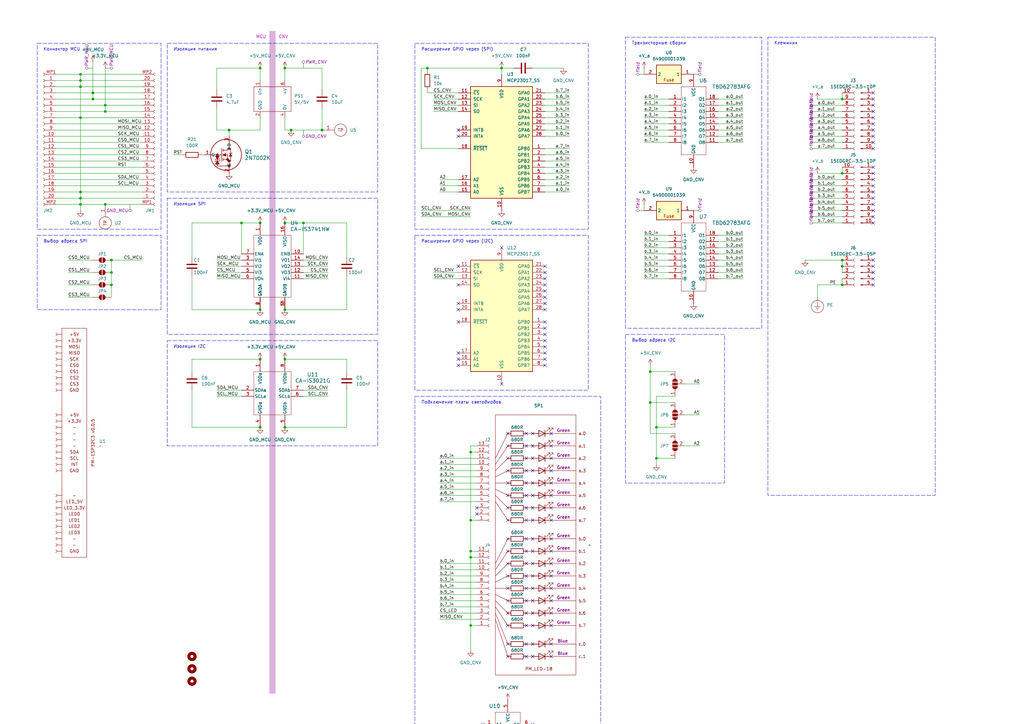
<source format=kicad_sch>
(kicad_sch (version 20250114) (generator "eeschema") (generator_version "9.0")
  (paper "A3")
  (title_block (title "${article} v${version}"))
  (rectangle (start 68.58 139.7) (end 154.94 182.88) (stroke (width 0) (type dash)))
  (rectangle (start 256.54 137.16) (end 297.18 198.12) (stroke (width 0) (type dash)))
  (rectangle (start 314.96 15.24) (end 383.54 203.2) (stroke (width 0) (type dash)))
  (rectangle (start 256.54 15.24) (end 312.42 134.62) (stroke (width 0) (type dash)))
  (rectangle (start 170.18 96.52) (end 241.3 160.02) (stroke (width 0) (type dash)))
  (rectangle (start 170.18 17.78) (end 241.3 93.98) (stroke (width 0) (type dash)))
  (rectangle (start 15.24 96.52) (end 66.04 127) (stroke (width 0) (type dash)))
  (rectangle (start 170.18 162.56) (end 246.38 317.5) (stroke (width 0) (type dash)))
  (rectangle (start 68.58 17.78) (end 154.94 78.74) (stroke (width 0) (type dash)))
  (rectangle (start 15.24 17.78) (end 66.04 93.98) (stroke (width 0) (type dash)))
  (rectangle (start 68.58 81.28) (end 154.94 137.16) (stroke (width 0) (type dash)))
  (rectangle (start 110.49 12.7) (end 113.03 284.48) (stroke (width -0.0001) (type dot) (color 72 0 0 0.68)) (fill (type color) (color 132 0 132 0.3)))
  (text "Изоляция SPI" (at 71.12 83.82 0) (effects (font (size 1.27 1.27)) (justify left)))
  (text "CNV" (at 114.3 15.24 0) (effects (font (size 1.27 1.27)) (justify left)))
  (text "Изоляция I2C" (at 71.12 142.24 0) (effects (font (size 1.27 1.27)) (justify left)))
  (text "Расширение GPIO через (I2C)" (at 172.72 99.06 0) (effects (font (size 1.27 1.27)) (justify left)))
  (text "Расширение GPIO через (SPI)" (at 172.72 20.32 0) (effects (font (size 1.27 1.27)) (justify left)))
  (text "MCU" (at 109.22 15.24 0) (effects (font (size 1.27 1.27)) (justify right)))
  (text "Коннектор MCU" (at 17.78 20.32 0) (effects (font (size 1.27 1.27)) (justify left)))
  (text "Выбор адреса I2C" (at 259.08 139.7 0) (effects (font (size 1.27 1.27)) (justify left)))
  (text "Транзисторные сборки" (at 259.08 17.78 0) (effects (font (size 1.27 1.27)) (justify left)))
  (text "Выбор адреса SPI" (at 17.78 99.06 0) (effects (font (size 1.27 1.27)) (justify left)))
  (text "Подключение платы светодиодов" (at 172.72 165.1 0) (effects (font (size 1.27 1.27)) (justify left)))
  (text "Клеммник" (at 317.5 17.78 0) (effects (font (size 1.27 1.27)) (justify left)))
  (text "Изоляция питания" (at 71.12 20.32 0) (effects (font (size 1.27 1.27)) (justify left)))
  (junction (at 124.46 91.44))
  (junction (at 116.84 27.94))
  (junction (at 345.44 109.22))
  (junction (at 193.04 226.06))
  (junction (at 345.44 106.68))
  (junction (at 43.18 43.18))
  (junction (at 345.44 71.12))
  (junction (at 43.18 45.72))
  (junction (at 45.72 116.84))
  (junction (at 116.84 175.26))
  (junction (at 205.74 27.94))
  (junction (at 93.98 53.34))
  (junction (at 99.06 91.44))
  (junction (at 345.44 40.64))
  (junction (at 33.02 48.26))
  (junction (at 33.02 35.56))
  (junction (at 43.18 83.82))
  (junction (at 193.04 228.6))
  (junction (at 266.7 165.1))
  (junction (at 106.68 175.26))
  (junction (at 193.04 185.42))
  (junction (at 193.04 256.54))
  (junction (at 106.68 147.32))
  (junction (at 33.02 33.02))
  (junction (at 33.02 83.82))
  (junction (at 38.1 40.64))
  (junction (at 132.08 53.34))
  (junction (at 33.02 81.28))
  (junction (at 269.24 187.96))
  (junction (at 106.68 91.44))
  (junction (at 45.72 111.76))
  (junction (at 106.68 27.94))
  (junction (at 106.68 127))
  (junction (at 33.02 78.74))
  (junction (at 116.84 147.32))
  (junction (at 116.84 91.44))
  (junction (at 269.24 175.26))
  (junction (at 38.1 38.1))
  (junction (at 193.04 213.36))
  (junction (at 45.72 106.68))
  (junction (at 266.7 152.4))
  (junction (at 33.02 30.48))
  (junction (at 175.26 27.94))
  (junction (at 345.44 116.84))
  (junction (at 119.38 53.34))
  (junction (at 116.84 127))
  (no_connect (at 226.06 231.14))
  (no_connect (at 218.44 241.3))
  (no_connect (at 208.28 198.12))
  (no_connect (at 358.14 58.42))
  (no_connect (at 215.9 187.96))
  (no_connect (at 358.14 71.12))
  (no_connect (at 208.28 251.46))
  (no_connect (at 218.44 236.22))
  (no_connect (at 215.9 182.88))
  (no_connect (at 226.06 193.04))
  (no_connect (at 208.28 264.16))
  (no_connect (at 223.52 134.62))
  (no_connect (at 215.9 203.2))
  (no_connect (at 218.44 297.18))
  (no_connect (at 223.52 124.46))
  (no_connect (at 223.52 149.86))
  (no_connect (at 223.52 127))
  (no_connect (at 205.74 157.48))
  (no_connect (at 187.96 109.22))
  (no_connect (at 223.52 119.38))
  (no_connect (at 215.9 246.38))
  (no_connect (at 218.44 193.04))
  (no_connect (at 208.28 236.22))
  (no_connect (at 223.52 121.92))
  (no_connect (at 226.06 177.8))
  (no_connect (at 358.14 91.44))
  (no_connect (at 215.9 198.12))
  (no_connect (at 226.06 241.3))
  (no_connect (at 358.14 48.26))
  (no_connect (at 205.74 101.6))
  (no_connect (at 358.14 86.36))
  (no_connect (at 208.28 208.28))
  (no_connect (at 187.96 144.78))
  (no_connect (at 195.58 210.82))
  (no_connect (at 208.28 231.14))
  (no_connect (at 195.58 208.28))
  (no_connect (at 208.28 213.36))
  (no_connect (at 223.52 116.84))
  (no_connect (at 187.96 149.86))
  (no_connect (at 226.06 208.28))
  (no_connect (at 218.44 246.38))
  (no_connect (at 208.28 246.38))
  (no_connect (at 358.14 68.58))
  (no_connect (at 358.14 45.72))
  (no_connect (at 358.14 109.22))
  (no_connect (at 218.44 208.28))
  (no_connect (at 358.14 76.2))
  (no_connect (at 208.28 203.2))
  (no_connect (at 223.52 132.08))
  (no_connect (at 223.52 139.7))
  (no_connect (at 218.44 231.14))
  (no_connect (at 358.14 88.9))
  (no_connect (at 218.44 198.12))
  (no_connect (at 215.9 256.54))
  (no_connect (at 226.06 220.98))
  (no_connect (at 358.14 73.66))
  (no_connect (at 358.14 81.28))
  (no_connect (at 187.96 127))
  (no_connect (at 226.06 236.22))
  (no_connect (at 215.9 241.3))
  (no_connect (at 218.44 251.46))
  (no_connect (at 358.14 53.34))
  (no_connect (at 226.06 251.46))
  (no_connect (at 223.52 109.22))
  (no_connect (at 218.44 269.24))
  (no_connect (at 187.96 147.32))
  (no_connect (at 226.06 198.12))
  (no_connect (at 198.12 297.18))
  (no_connect (at 187.96 124.46))
  (no_connect (at 223.52 144.78))
  (no_connect (at 358.14 40.64))
  (no_connect (at 215.9 226.06))
  (no_connect (at 358.14 60.96))
  (no_connect (at 215.9 236.22))
  (no_connect (at 218.44 182.88))
  (no_connect (at 358.14 43.18))
  (no_connect (at 218.44 177.8))
  (no_connect (at 218.44 213.36))
  (no_connect (at 226.06 213.36))
  (no_connect (at 208.28 220.98))
  (no_connect (at 218.44 187.96))
  (no_connect (at 226.06 203.2))
  (no_connect (at 215.9 193.04))
  (no_connect (at 208.28 269.24))
  (no_connect (at 187.96 132.08))
  (no_connect (at 358.14 114.3))
  (no_connect (at 223.52 137.16))
  (no_connect (at 208.28 226.06))
  (no_connect (at 208.28 187.96))
  (no_connect (at 226.06 269.24))
  (no_connect (at 187.96 53.34))
  (no_connect (at 187.96 55.88))
  (no_connect (at 223.52 114.3))
  (no_connect (at 215.9 251.46))
  (no_connect (at 358.14 78.74))
  (no_connect (at 215.9 269.24))
  (no_connect (at 208.28 241.3))
  (no_connect (at 218.44 264.16))
  (no_connect (at 226.06 256.54))
  (no_connect (at 226.06 226.06))
  (no_connect (at 218.44 203.2))
  (no_connect (at 358.14 83.82))
  (no_connect (at 223.52 147.32))
  (no_connect (at 215.9 177.8))
  (no_connect (at 358.14 106.68))
  (no_connect (at 358.14 38.1))
  (no_connect (at 358.14 50.8))
  (no_connect (at 208.28 256.54))
  (no_connect (at 358.14 55.88))
  (no_connect (at 215.9 264.16))
  (no_connect (at 226.06 246.38))
  (no_connect (at 215.9 213.36))
  (no_connect (at 218.44 226.06))
  (no_connect (at 226.06 264.16))
  (no_connect (at 218.44 220.98))
  (no_connect (at 208.28 182.88))
  (no_connect (at 218.44 256.54))
  (no_connect (at 223.52 111.76))
  (no_connect (at 208.28 177.8))
  (no_connect (at 215.9 220.98))
  (no_connect (at 223.52 142.24))
  (no_connect (at 358.14 116.84))
  (no_connect (at 226.06 182.88))
  (no_connect (at 215.9 231.14))
  (no_connect (at 226.06 187.96))
  (no_connect (at 215.9 208.28))
  (no_connect (at 358.14 111.76))
  (no_connect (at 208.28 193.04))
  (no_connect (at 187.96 116.84))
  (wire (pts (xy 195.58 185.42) (xy 193.04 185.42)))
  (wire (pts (xy 233.68 38.1) (xy 223.52 38.1)))
  (wire (pts (xy 22.86 63.5) (xy 58.42 63.5)))
  (wire (pts (xy 177.8 114.3) (xy 187.96 114.3)))
  (wire (pts (xy 233.68 40.64) (xy 223.52 40.64)))
  (wire (pts (xy 304.8 109.22) (xy 294.64 109.22)))
  (wire (pts (xy 116.84 48.26) (xy 116.84 53.34)))
  (wire (pts (xy 33.02 81.28) (xy 33.02 83.82)))
  (wire (pts (xy 335.28 86.36) (xy 345.44 86.36)))
  (wire (pts (xy 304.8 58.42) (xy 294.64 58.42)))
  (wire (pts (xy 195.58 236.22) (xy 180.34 236.22)))
  (wire (pts (xy 88.9 53.34) (xy 93.98 53.34)))
  (wire (pts (xy 88.9 111.76) (xy 99.06 111.76)))
  (wire (pts (xy 195.58 246.38) (xy 180.34 246.38)))
  (wire (pts (xy 78.74 147.32) (xy 106.68 147.32)))
  (wire (pts (xy 233.68 48.26) (xy 223.52 48.26)))
  (wire (pts (xy 124.46 114.3) (xy 134.62 114.3)))
  (wire (pts (xy 195.58 248.92) (xy 180.34 248.92)))
  (wire (pts (xy 142.24 160.02) (xy 142.24 175.26)))
  (wire (pts (xy 172.72 27.94) (xy 175.26 27.94)))
  (wire (pts (xy 33.02 78.74) (xy 58.42 78.74)))
  (wire (pts (xy 33.02 48.26) (xy 58.42 48.26)))
  (wire (pts (xy 22.86 40.64) (xy 38.1 40.64)))
  (wire (pts (xy 33.02 35.56) (xy 58.42 35.56)))
  (wire (pts (xy 345.44 106.68) (xy 345.44 109.22)))
  (wire (pts (xy 233.68 68.58) (xy 223.52 68.58)))
  (wire (pts (xy 22.86 33.02) (xy 33.02 33.02)))
  (wire (pts (xy 264.16 83.82) (xy 264.16 86.36)))
  (wire (pts (xy 78.74 127) (xy 106.68 127)))
  (wire (pts (xy 88.9 109.22) (xy 99.06 109.22)))
  (wire (pts (xy 99.06 91.44) (xy 99.06 104.14)))
  (wire (pts (xy 142.24 175.26) (xy 116.84 175.26)))
  (wire (pts (xy 22.86 30.48) (xy 33.02 30.48)))
  (wire (pts (xy 280.67 157.48) (xy 287.02 157.48)))
  (wire (pts (xy 22.86 60.96) (xy 58.42 60.96)))
  (wire (pts (xy 88.9 114.3) (xy 99.06 114.3)))
  (wire (pts (xy 124.46 109.22) (xy 134.62 109.22)))
  (wire (pts (xy 233.68 73.66) (xy 223.52 73.66)))
  (wire (pts (xy 330.2 106.68) (xy 345.44 106.68)))
  (wire (pts (xy 175.26 27.94) (xy 175.26 29.21)))
  (wire (pts (xy 106.68 91.44) (xy 99.06 91.44)))
  (wire (pts (xy 116.84 27.94) (xy 116.84 33.02)))
  (wire (pts (xy 132.08 53.34) (xy 119.38 53.34)))
  (wire (pts (xy 264.16 109.22) (xy 274.32 109.22)))
  (wire (pts (xy 280.67 170.18) (xy 287.02 170.18)))
  (wire (pts (xy 132.08 36.83) (xy 132.08 27.94)))
  (wire (pts (xy 106.68 27.94) (xy 106.68 33.02)))
  (wire (pts (xy 180.34 254) (xy 195.58 254)))
  (wire (pts (xy 88.9 106.68) (xy 99.06 106.68)))
  (wire (pts (xy 195.58 233.68) (xy 180.34 233.68)))
  (wire (pts (xy 335.28 78.74) (xy 345.44 78.74)))
  (wire (pts (xy 264.16 96.52) (xy 274.32 96.52)))
  (wire (pts (xy 22.86 71.12) (xy 58.42 71.12)))
  (wire (pts (xy 233.68 53.34) (xy 223.52 53.34)))
  (wire (pts (xy 132.08 44.45) (xy 132.08 53.34)))
  (wire (pts (xy 172.72 88.9) (xy 193.04 88.9)))
  (wire (pts (xy 175.26 38.1) (xy 187.96 38.1)))
  (wire (pts (xy 193.04 182.88) (xy 195.58 182.88)))
  (wire (pts (xy 195.58 238.76) (xy 180.34 238.76)))
  (wire (pts (xy 22.86 55.88) (xy 58.42 55.88)))
  (wire (pts (xy 264.16 58.42) (xy 274.32 58.42)))
  (wire (pts (xy 195.58 243.84) (xy 180.34 243.84)))
  (wire (pts (xy 205.74 27.94) (xy 210.82 27.94)))
  (wire (pts (xy 106.68 48.26) (xy 106.68 53.34)))
  (wire (pts (xy 180.34 73.66) (xy 187.96 73.66)))
  (wire (pts (xy 304.8 43.18) (xy 294.64 43.18)))
  (wire (pts (xy 33.02 30.48) (xy 33.02 33.02)))
  (wire (pts (xy 233.68 60.96) (xy 223.52 60.96)))
  (wire (pts (xy 304.8 114.3) (xy 294.64 114.3)))
  (wire (pts (xy 187.96 45.72) (xy 177.8 45.72)))
  (wire (pts (xy 175.26 27.94) (xy 205.74 27.94)))
  (wire (pts (xy 304.8 99.06) (xy 294.64 99.06)))
  (wire (pts (xy 43.18 43.18) (xy 58.42 43.18)))
  (wire (pts (xy 266.7 152.4) (xy 276.86 152.4)))
  (wire (pts (xy 269.24 175.26) (xy 269.24 187.96)))
  (wire (pts (xy 38.1 38.1) (xy 58.42 38.1)))
  (wire (pts (xy 124.46 162.56) (xy 134.62 162.56)))
  (wire (pts (xy 264.16 111.76) (xy 274.32 111.76)))
  (wire (pts (xy 38.1 38.1) (xy 38.1 40.64)))
  (wire (pts (xy 180.34 78.74) (xy 187.96 78.74)))
  (wire (pts (xy 116.84 53.34) (xy 119.38 53.34)))
  (wire (pts (xy 187.96 60.96) (xy 172.72 60.96)))
  (wire (pts (xy 45.72 106.68) (xy 58.42 106.68)))
  (wire (pts (xy 22.86 35.56) (xy 33.02 35.56)))
  (wire (pts (xy 233.68 55.88) (xy 223.52 55.88)))
  (wire (pts (xy 335.28 83.82) (xy 345.44 83.82)))
  (wire (pts (xy 78.74 113.03) (xy 78.74 127)))
  (wire (pts (xy 345.44 68.58) (xy 345.44 71.12)))
  (wire (pts (xy 276.86 175.26) (xy 269.24 175.26)))
  (wire (pts (xy 304.8 111.76) (xy 294.64 111.76)))
  (wire (pts (xy 33.02 81.28) (xy 58.42 81.28)))
  (wire (pts (xy 27.94 106.68) (xy 38.1 106.68)))
  (wire (pts (xy 38.1 25.4) (xy 38.1 38.1)))
  (wire (pts (xy 88.9 36.83) (xy 88.9 27.94)))
  (wire (pts (xy 335.28 58.42) (xy 345.44 58.42)))
  (wire (pts (xy 193.04 182.88) (xy 193.04 185.42)))
  (wire (pts (xy 304.8 55.88) (xy 294.64 55.88)))
  (wire (pts (xy 335.28 55.88) (xy 345.44 55.88)))
  (wire (pts (xy 78.74 91.44) (xy 99.06 91.44)))
  (wire (pts (xy 177.8 111.76) (xy 187.96 111.76)))
  (wire (pts (xy 233.68 43.18) (xy 223.52 43.18)))
  (wire (pts (xy 304.8 96.52) (xy 294.64 96.52)))
  (wire (pts (xy 264.16 45.72) (xy 274.32 45.72)))
  (wire (pts (xy 124.46 106.68) (xy 134.62 106.68)))
  (wire (pts (xy 233.68 45.72) (xy 223.52 45.72)))
  (wire (pts (xy 276.86 177.8) (xy 266.7 177.8)))
  (wire (pts (xy 345.44 116.84) (xy 335.28 116.84)))
  (wire (pts (xy 33.02 33.02) (xy 58.42 33.02)))
  (wire (pts (xy 22.86 68.58) (xy 58.42 68.58)))
  (wire (pts (xy 264.16 43.18) (xy 274.32 43.18)))
  (wire (pts (xy 304.8 53.34) (xy 294.64 53.34)))
  (wire (pts (xy 142.24 127) (xy 116.84 127)))
  (wire (pts (xy 266.7 177.8) (xy 266.7 165.1)))
  (wire (pts (xy 269.24 187.96) (xy 269.24 190.5)))
  (wire (pts (xy 335.28 71.12) (xy 345.44 71.12)))
  (wire (pts (xy 264.16 48.26) (xy 274.32 48.26)))
  (wire (pts (xy 276.86 187.96) (xy 269.24 187.96)))
  (wire (pts (xy 335.28 73.66) (xy 345.44 73.66)))
  (wire (pts (xy 33.02 48.26) (xy 33.02 78.74)))
  (wire (pts (xy 233.68 66.04) (xy 223.52 66.04)))
  (wire (pts (xy 78.74 160.02) (xy 78.74 175.26)))
  (wire (pts (xy 71.12 63.5) (xy 74.93 63.5)))
  (wire (pts (xy 304.8 101.6) (xy 294.64 101.6)))
  (wire (pts (xy 116.84 27.94) (xy 132.08 27.94)))
  (wire (pts (xy 335.28 45.72) (xy 345.44 45.72)))
  (wire (pts (xy 33.02 30.48) (xy 58.42 30.48)))
  (wire (pts (xy 195.58 226.06) (xy 193.04 226.06)))
  (wire (pts (xy 266.7 165.1) (xy 266.7 152.4)))
  (wire (pts (xy 22.86 50.8) (xy 58.42 50.8)))
  (wire (pts (xy 43.18 27.94) (xy 43.18 43.18)))
  (wire (pts (xy 195.58 256.54) (xy 193.04 256.54)))
  (wire (pts (xy 33.02 83.82) (xy 43.18 83.82)))
  (wire (pts (xy 335.28 76.2) (xy 345.44 76.2)))
  (wire (pts (xy 233.68 78.74) (xy 223.52 78.74)))
  (wire (pts (xy 304.8 106.68) (xy 294.64 106.68)))
  (wire (pts (xy 22.86 76.2) (xy 58.42 76.2)))
  (wire (pts (xy 142.24 113.03) (xy 142.24 127)))
  (wire (pts (xy 345.44 38.1) (xy 345.44 40.64)))
  (wire (pts (xy 345.44 109.22) (xy 345.44 111.76)))
  (wire (pts (xy 345.44 114.3) (xy 345.44 116.84)))
  (wire (pts (xy 22.86 53.34) (xy 58.42 53.34)))
  (wire (pts (xy 195.58 203.2) (xy 180.34 203.2)))
  (wire (pts (xy 276.86 165.1) (xy 266.7 165.1)))
  (wire (pts (xy 33.02 33.02) (xy 33.02 35.56)))
  (wire (pts (xy 124.46 91.44) (xy 116.84 91.44)))
  (wire (pts (xy 304.8 40.64) (xy 294.64 40.64)))
  (wire (pts (xy 264.16 27.94) (xy 264.16 30.48)))
  (wire (pts (xy 193.04 185.42) (xy 193.04 213.36)))
  (wire (pts (xy 195.58 195.58) (xy 180.34 195.58)))
  (wire (pts (xy 38.1 40.64) (xy 58.42 40.64)))
  (wire (pts (xy 198.12 299.72) (xy 187.96 299.72)))
  (wire (pts (xy 195.58 205.74) (xy 180.34 205.74)))
  (wire (pts (xy 195.58 200.66) (xy 180.34 200.66)))
  (wire (pts (xy 304.8 45.72) (xy 294.64 45.72)))
  (wire (pts (xy 280.67 182.88) (xy 287.02 182.88)))
  (wire (pts (xy 175.26 36.83) (xy 175.26 38.1)))
  (wire (pts (xy 195.58 213.36) (xy 193.04 213.36)))
  (wire (pts (xy 124.46 104.14) (xy 124.46 91.44)))
  (wire (pts (xy 22.86 73.66) (xy 58.42 73.66)))
  (wire (pts (xy 193.04 213.36) (xy 193.04 226.06)))
  (wire (pts (xy 45.72 116.84) (xy 45.72 121.92)))
  (wire (pts (xy 93.98 55.88) (xy 93.98 53.34)))
  (wire (pts (xy 172.72 60.96) (xy 172.72 27.94)))
  (wire (pts (xy 264.16 99.06) (xy 274.32 99.06)))
  (wire (pts (xy 27.94 111.76) (xy 38.1 111.76)))
  (wire (pts (xy 33.02 35.56) (xy 33.02 48.26)))
  (wire (pts (xy 195.58 193.04) (xy 180.34 193.04)))
  (wire (pts (xy 233.68 63.5) (xy 223.52 63.5)))
  (wire (pts (xy 195.58 241.3) (xy 180.34 241.3)))
  (wire (pts (xy 142.24 152.4) (xy 142.24 147.32)))
  (wire (pts (xy 264.16 40.64) (xy 274.32 40.64)))
  (wire (pts (xy 264.16 101.6) (xy 274.32 101.6)))
  (wire (pts (xy 304.8 50.8) (xy 294.64 50.8)))
  (wire (pts (xy 335.28 43.18) (xy 345.44 43.18)))
  (wire (pts (xy 22.86 58.42) (xy 58.42 58.42)))
  (wire (pts (xy 304.8 48.26) (xy 294.64 48.26)))
  (wire (pts (xy 27.94 121.92) (xy 38.1 121.92)))
  (wire (pts (xy 195.58 198.12) (xy 180.34 198.12)))
  (wire (pts (xy 22.86 83.82) (xy 33.02 83.82)))
  (wire (pts (xy 233.68 50.8) (xy 223.52 50.8)))
  (wire (pts (xy 124.46 160.02) (xy 134.62 160.02)))
  (wire (pts (xy 22.86 43.18) (xy 43.18 43.18)))
  (wire (pts (xy 195.58 228.6) (xy 193.04 228.6)))
  (wire (pts (xy 22.86 45.72) (xy 43.18 45.72)))
  (wire (pts (xy 33.02 83.82) (xy 33.02 86.36)))
  (wire (pts (xy 88.9 160.02) (xy 99.06 160.02)))
  (wire (pts (xy 172.72 86.36) (xy 193.04 86.36)))
  (wire (pts (xy 43.18 83.82) (xy 58.42 83.82)))
  (wire (pts (xy 264.16 53.34) (xy 274.32 53.34)))
  (wire (pts (xy 22.86 78.74) (xy 33.02 78.74)))
  (wire (pts (xy 88.9 162.56) (xy 99.06 162.56)))
  (wire (pts (xy 78.74 152.4) (xy 78.74 147.32)))
  (wire (pts (xy 22.86 81.28) (xy 33.02 81.28)))
  (wire (pts (xy 264.16 106.68) (xy 274.32 106.68)))
  (wire (pts (xy 264.16 55.88) (xy 274.32 55.88)))
  (wire (pts (xy 335.28 91.44) (xy 345.44 91.44)))
  (wire (pts (xy 27.94 116.84) (xy 38.1 116.84)))
  (wire (pts (xy 142.24 105.41) (xy 142.24 91.44)))
  (wire (pts (xy 264.16 104.14) (xy 274.32 104.14)))
  (wire (pts (xy 22.86 66.04) (xy 58.42 66.04)))
  (wire (pts (xy 264.16 114.3) (xy 274.32 114.3)))
  (wire (pts (xy 45.72 111.76) (xy 45.72 116.84)))
  (wire (pts (xy 22.86 48.26) (xy 33.02 48.26)))
  (wire (pts (xy 335.28 53.34) (xy 345.44 53.34)))
  (wire (pts (xy 22.86 38.1) (xy 38.1 38.1)))
  (wire (pts (xy 335.28 88.9) (xy 345.44 88.9)))
  (wire (pts (xy 78.74 105.41) (xy 78.74 91.44)))
  (wire (pts (xy 335.28 50.8) (xy 345.44 50.8)))
  (wire (pts (xy 193.04 256.54) (xy 193.04 266.7)))
  (wire (pts (xy 187.96 40.64) (xy 177.8 40.64)))
  (wire (pts (xy 33.02 78.74) (xy 33.02 81.28)))
  (wire (pts (xy 193.04 226.06) (xy 193.04 228.6)))
  (wire (pts (xy 264.16 50.8) (xy 274.32 50.8)))
  (wire (pts (xy 231.14 27.94) (xy 218.44 27.94)))
  (wire (pts (xy 195.58 187.96) (xy 180.34 187.96)))
  (wire (pts (xy 205.74 27.94) (xy 205.74 30.48)))
  (wire (pts (xy 142.24 91.44) (xy 124.46 91.44)))
  (wire (pts (xy 180.34 251.46) (xy 195.58 251.46)))
  (wire (pts (xy 335.28 81.28) (xy 345.44 81.28)))
  (wire (pts (xy 45.72 106.68) (xy 45.72 111.76)))
  (wire (pts (xy 82.55 63.5) (xy 83.82 63.5)))
  (wire (pts (xy 43.18 45.72) (xy 58.42 45.72)))
  (wire (pts (xy 269.24 162.56) (xy 269.24 175.26)))
  (wire (pts (xy 193.04 228.6) (xy 193.04 256.54)))
  (wire (pts (xy 304.8 104.14) (xy 294.64 104.14)))
  (wire (pts (xy 335.28 60.96) (xy 345.44 60.96)))
  (wire (pts (xy 43.18 43.18) (xy 43.18 45.72)))
  (wire (pts (xy 195.58 231.14) (xy 180.34 231.14)))
  (wire (pts (xy 106.68 175.26) (xy 78.74 175.26)))
  (wire (pts (xy 93.98 53.34) (xy 106.68 53.34)))
  (wire (pts (xy 195.58 190.5) (xy 180.34 190.5)))
  (wire (pts (xy 88.9 27.94) (xy 106.68 27.94)))
  (wire (pts (xy 233.68 76.2) (xy 223.52 76.2)))
  (wire (pts (xy 88.9 44.45) (xy 88.9 53.34)))
  (wire (pts (xy 266.7 149.86) (xy 266.7 152.4)))
  (wire (pts (xy 218.44 299.72) (xy 228.6 299.72)))
  (wire (pts (xy 335.28 40.64) (xy 345.44 40.64)))
  (wire (pts (xy 116.84 147.32) (xy 142.24 147.32)))
  (wire (pts (xy 124.46 111.76) (xy 134.62 111.76)))
  (wire (pts (xy 180.34 76.2) (xy 187.96 76.2)))
  (wire (pts (xy 233.68 71.12) (xy 223.52 71.12)))
  (wire (pts (xy 335.28 48.26) (xy 345.44 48.26)))
  (wire (pts (xy 276.86 162.56) (xy 269.24 162.56)))
  (wire (pts (xy 187.96 43.18) (xy 177.8 43.18)))
  (wire (pts (xy 335.28 116.84) (xy 335.28 121.92)))
  (label "CS_LED" (at 228.6 299.72 180))
  (label "CS2_MCU" (at 27.94 116.84 0))
  (label "b.6_out" (at 335.28 88.9 0))
  (label "a.0_out" (at 304.8 40.64 180))
  (label "SDA_CNV" (at 134.62 160.02 180))
  (label "b.6_out" (at 304.8 111.76 180))
  (label "b.4_out" (at 335.28 83.82 0))
  (label "MISO_CNV" (at 180.34 254 0))
  (label "a.5_out" (at 304.8 53.34 180))
  (label "MOSI_CNV" (at 134.62 106.68 180))
  (label "a.7_out" (at 304.8 58.42 180))
  (label "SDA_CNV" (at 172.72 88.9 0))
  (label "b.0_in" (at 264.16 96.52 0))
  (label "MISO_CNV" (at 134.62 114.3 180))
  (label "a.1_in" (at 180.34 190.5 0))
  (label "b.4_in" (at 264.16 106.68 0))
  (label "MOSI_CNV" (at 193.04 88.9 180))
  (label "b.1_in" (at 264.16 99.06 0))
  (label "SCL_MCU" (at 88.9 162.56 0))
  (label "SCK_MCU" (at 48.26 55.88 0))
  (label "a.4_in" (at 233.68 68.58 180))
  (label "CS_CNV" (at 187.96 299.72 0))
  (label "b.6_in" (at 233.68 40.64 180))
  (label "a.4_in" (at 264.16 50.8 0))
  (label "b.3_out" (at 304.8 104.14 180))
  (label "A1" (at 180.34 76.2 0))
  (label "a.7_in" (at 264.16 58.42 0))
  (label "a.2_out" (at 335.28 48.26 0))
  (label "a.6_out" (at 335.28 58.42 0))
  (label "a.7_in" (at 233.68 60.96 180))
  (label "a.4_out" (at 304.8 50.8 180))
  (label "b.6_in" (at 180.34 246.38 0))
  (label "b.3_in" (at 180.34 238.76 0))
  (label "b.7_out" (at 304.8 114.3 180))
  (label "MISO_MCU" (at 48.26 53.34 0))
  (label "a.3_in" (at 264.16 48.26 0))
  (label "MOSI_MCU" (at 88.9 106.68 0))
  (label "b.0_out" (at 335.28 73.66 0))
  (label "a.5_out" (at 335.28 55.88 0))
  (label "b.4_in" (at 233.68 45.72 180))
  (label "a.0_in" (at 233.68 78.74 180))
  (label "b.4_out" (at 304.8 106.68 180))
  (label "SCL_MCU" (at 48.26 76.2 0))
  (label "PE" (at 340.36 116.84 0))
  (label "b.4_in" (at 180.34 241.3 0))
  (label "b.3_in" (at 233.68 48.26 180))
  (label "a.2_in" (at 233.68 73.66 180))
  (label "b.2_out" (at 335.28 78.74 0))
  (label "SCK_CNV" (at 134.62 109.22 180))
  (label "A1" (at 287.02 170.18 180))
  (label "b.0_in" (at 233.68 55.88 180))
  (label "a.0_out" (at 335.28 43.18 0))
  (label "b.1_in" (at 233.68 53.34 180))
  (label "MOSI_MCU" (at 48.26 50.8 0))
  (label "a.6_in" (at 264.16 55.88 0))
  (label "CS3_MCU" (at 27.94 121.92 0))
  (label "a.2_in" (at 180.34 193.04 0))
  (label "a.3_in" (at 180.34 195.58 0))
  (label "a.1_in" (at 264.16 43.18 0))
  (label "a.6_in" (at 180.34 203.2 0))
  (label "a.2_out" (at 304.8 45.72 180))
  (label "CS_MCU" (at 88.9 111.76 0))
  (label "a.5_in" (at 264.16 53.34 0))
  (label "b.0_in" (at 180.34 231.14 0))
  (label "a.3_out" (at 304.8 48.26 180))
  (label "CS0_MCU" (at 27.94 106.68 0))
  (label "a.5_in" (at 180.34 200.66 0))
  (label "a.0_in" (at 264.16 40.64 0))
  (label "CS1_MCU" (at 48.26 60.96 0))
  (label "MOSI_CNV" (at 177.8 43.18 0))
  (label "b.5_out" (at 304.8 109.22 180))
  (label "CS1_MCU" (at 27.94 111.76 0))
  (label "b.7_in" (at 264.16 114.3 0))
  (label "b.1_out" (at 335.28 76.2 0))
  (label "b.5_in" (at 264.16 109.22 0))
  (label "b.5_in" (at 180.34 243.84 0))
  (label "b.1_in" (at 180.34 233.68 0))
  (label "a.1_out" (at 304.8 43.18 180))
  (label "SDA_MCU" (at 48.26 73.66 0))
  (label "a.1_in" (at 233.68 76.2 180))
  (label "RST" (at 48.26 68.58 0))
  (label "b.7_out" (at 335.28 91.44 0))
  (label "CS_MCU" (at 58.42 106.68 180))
  (label "a.7_out" (at 335.28 60.96 0))
  (label "a.6_out" (at 304.8 55.88 180))
  (label "MISO_MCU" (at 88.9 114.3 0))
  (label "A0" (at 287.02 157.48 180))
  (label "a.3_in" (at 233.68 71.12 180))
  (label "a.1_out" (at 335.28 45.72 0))
  (label "A2" (at 287.02 182.88 180))
  (label "b.1_out" (at 304.8 99.06 180))
  (label "b.3_in" (at 264.16 104.14 0))
  (label "b.5_in" (at 233.68 43.18 180))
  (label "SDA_MCU" (at 88.9 160.02 0))
  (label "b.7_in" (at 233.68 38.1 180))
  (label "CS_CNV" (at 177.8 38.1 0))
  (label "b.6_in" (at 264.16 111.76 0))
  (label "b.2_in" (at 180.34 236.22 0))
  (label "A0" (at 180.34 78.74 0))
  (label "b.2_out" (at 304.8 101.6 180))
  (label "SCL_CNV" (at 172.72 86.36 0))
  (label "A2" (at 180.34 73.66 0))
  (label "CS0_MCU" (at 48.26 58.42 0))
  (label "SCK_MCU" (at 88.9 109.22 0))
  (label "CS_CNV" (at 134.62 111.76 180))
  (label "a.2_in" (at 264.16 45.72 0))
  (label "SDA_CNV" (at 177.8 114.3 0))
  (label "CS_LED" (at 180.34 251.46 0))
  (label "CS2_MCU" (at 48.26 63.5 0))
  (label "SCK_CNV" (at 193.04 86.36 180))
  (label "a.7_in" (at 180.34 205.74 0))
  (label "a.0_in" (at 180.34 187.96 0))
  (label "a.3_out" (at 335.28 50.8 0))
  (label "b.0_out" (at 304.8 96.52 180))
  (label "a.4_in" (at 180.34 198.12 0))
  (label "SCK_CNV" (at 177.8 40.64 0))
  (label "b.5_out" (at 335.28 86.36 0))
  (label "SCL_CNV" (at 134.62 162.56 180))
  (label "a.5_in" (at 233.68 66.04 180))
  (label "b.2_in" (at 264.16 101.6 0))
  (label "SCL_CNV" (at 177.8 111.76 0))
  (label "CS3_MCU" (at 48.26 66.04 0))
  (label "b.2_in" (at 233.68 50.8 180))
  (label "a.6_in" (at 233.68 63.5 180))
  (label "b.7_in" (at 180.34 248.92 0))
  (label "a.4_out" (at 335.28 53.34 0))
  (label "MISO_CNV" (at 177.8 45.72 0))
  (label "RST" (at 71.12 63.5 0))
  (label "b.3_out" (at 335.28 81.28 0))
  (netclass_flag "" (length 2.54) (shape round) (at 264.16 30.48 90) (property "Netclass" "field" (at 261.62 29.7815 90) (effects (font (italic yes)) (justify left))))
  (netclass_flag "" (length 2.54) (shape round) (at 335.28 45.72 90) (property "Netclass" "field" (at 332.74 45.0215 90) (effects (font (italic yes)) (justify left))))
  (netclass_flag "" (length 2.54) (shape round) (at 284.48 30.48 270) (property "Netclass" "field" (at 287.02 29.7815 90) (effects (font (italic yes)) (justify left))))
  (netclass_flag "" (length 2.54) (shape round) (at 335.28 43.18 90) (property "Netclass" "field" (at 332.74 42.4815 90) (effects (font (italic yes)) (justify left))))
  (netclass_flag "" (length 2.54) (shape round) (at 335.28 91.44 90) (property "Netclass" "field" (at 332.74 90.7415 90) (effects (font (italic yes)) (justify left))))
  (netclass_flag "" (length 2.54) (shape round) (at 43.18 27.94 270) (property "Netclass" "PWR_MCU" (at 45.72 27.2415 90) (effects (font (italic yes)) (justify left))))
  (netclass_flag "" (length 2.54) (shape round) (at 335.28 73.66 90) (property "Netclass" "field" (at 332.74 72.9615 90) (effects (font (italic yes)) (justify left))))
  (netclass_flag "" (length 2.54) (shape round) (at 53.34 83.82 180) (property "Netclass" "GND_MCU" (at 52.6415 86.36 0) (effects (font (italic yes)) (justify right))))
  (netclass_flag "" (length 2.54) (shape round) (at 335.28 60.96 90) (property "Netclass" "field" (at 332.74 60.2615 90) (effects (font (italic yes)) (justify left))))
  (netclass_flag "" (length 2.54) (shape round) (at 335.28 83.82 90) (property "Netclass" "field" (at 332.74 83.1215 90) (effects (font (italic yes)) (justify left))))
  (netclass_flag "" (length 2.54) (shape round) (at 124.46 53.34 180) (property "Netclass" "GND_CNV" (at 125.1585 55.88 0) (effects (font (italic yes)) (justify left))))
  (netclass_flag "" (length 2.54) (shape round) (at 335.28 48.26 90) (property "Netclass" "field" (at 332.74 47.5615 90) (effects (font (italic yes)) (justify left))))
  (netclass_flag "" (length 2.54) (shape round) (at 335.28 81.28 90) (property "Netclass" "field" (at 332.74 80.5815 90) (effects (font (italic yes)) (justify left))))
  (netclass_flag "" (length 2.54) (shape round) (at 264.16 86.36 90) (property "Netclass" "field" (at 261.62 85.6615 90) (effects (font (italic yes)) (justify left))))
  (netclass_flag "" (length 2.54) (shape round) (at 335.28 88.9 90) (property "Netclass" "field" (at 332.74 88.2015 90) (effects (font (italic yes)) (justify left))))
  (netclass_flag "" (length 2.54) (shape round) (at 335.28 86.36 90) (property "Netclass" "field" (at 332.74 85.6615 90) (effects (font (italic yes)) (justify left))))
  (netclass_flag "" (length 2.54) (shape round) (at 335.28 76.2 90) (property "Netclass" "field" (at 332.74 75.5015 90) (effects (font (italic yes)) (justify left))))
  (netclass_flag "" (length 2.54) (shape round) (at 335.28 78.74 90) (property "Netclass" "field" (at 332.74 78.0415 90) (effects (font (italic yes)) (justify left))))
  (netclass_flag "" (length 2.54) (shape round) (at 38.1 27.94 90) (property "Netclass" "PWR_MCU" (at 35.56 27.2415 90) (effects (font (italic yes)) (justify left))))
  (netclass_flag "" (length 2.54) (shape round) (at 284.48 86.36 270) (property "Netclass" "field" (at 287.02 85.6615 90) (effects (font (italic yes)) (justify left))))
  (netclass_flag "" (length 2.54) (shape round) (at 335.28 53.34 90) (property "Netclass" "field" (at 332.74 52.6415 90) (effects (font (italic yes)) (justify left))))
  (netclass_flag "" (length 2.54) (shape round) (at 335.28 58.42 90) (property "Netclass" "field" (at 332.74 57.7215 90) (effects (font (italic yes)) (justify left))))
  (netclass_flag "" (length 2.54) (shape round) (at 124.46 27.94 0) (property "Netclass" "PWR_CNV" (at 125.1585 25.4 0) (effects (font (italic yes)) (justify left))))
  (netclass_flag "" (length 2.54) (shape round) (at 335.28 50.8 90) (property "Netclass" "field" (at 332.74 50.1015 90) (effects (font (italic yes)) (justify left))))
  (netclass_flag "" (length 2.54) (shape round) (at 335.28 55.88 90) (property "Netclass" "field" (at 332.74 55.1815 90) (effects (font (italic yes)) (justify left))))
  (symbol (lib_id "power:GND") (at 193.04 266.7 0) (unit 1)
    (property "Reference" "#PWR020" (effects (hide yes)))
    (property "Value" "GND_CNV" (at 193.04 271.78 0))
    (property "Description" "Power symbol creates a global label with name \"GND\" , ground" (effects (hide yes)))
  )
  (symbol (lib_id "kicad_inventree_lib:R_680R_0603_1%") (at 212.09 226.06 90) (unit 1) (on_board no)
    (property "Reference" "R11" (effects (hide yes)))
    (property "Value" "680R" (at 212.09 223.52 90))
    (property "Footprint" "Resistor_SMD:R_0603_1608Metric" (effects (hide yes)))
    (property "Datasheet" "http://inventree.network/part/281/" (effects (hide yes)))
    (property "Description" "Resistor" (effects (hide yes)))
    (property "part_ipn" "R_680R_0603_1%" (effects (hide yes)))
  )
  (symbol (lib_id "power:+3.3V") (at 106.68 91.44 0) (unit 1)
    (property "Reference" "#PWR09" (effects (hide yes)))
    (property "Value" "+3.3V_MCU" (at 106.68 86.36 0))
    (property "Description" "Power symbol creates a global label with name \"+3.3V\"" (effects (hide yes)))
  )
  (symbol (lib_id "kicad_inventree_lib:C_100nF_16V_0603_MLCC-X7R") (at 78.74 109.22 0) (unit 1)
    (property "Reference" "C1" (at 79.375 106.68 0) (effects (justify left)))
    (property "Value" "100nF" (at 79.375 111.76 0) (effects (justify left)))
    (property "Footprint" "Capacitor_SMD:C_0603_1608Metric" (effects (hide yes)))
    (property "Datasheet" "http://inventree.network/part/221" (effects (hide yes)))
    (property "Description" "Unpolarized capacitor" (effects (hide yes)))
    (property "part_ipn" "C_100nF_16V_0603_MLCC-X7R" (effects (hide yes)))
  )
  (symbol (lib_id "power:GND") (at 269.24 190.5 0) (unit 1)
    (property "Reference" "#PWR037" (effects (hide yes)))
    (property "Value" "GND_CNV" (at 269.24 195.58 0))
    (property "Description" "Power symbol creates a global label with name \"GND\" , ground" (effects (hide yes)))
  )
  (symbol (lib_id "power:GND") (at 330.2 106.68 0) (mirror y) (unit 1)
    (property "Reference" "#PWR022" (effects (hide yes)))
    (property "Value" "GND_CNV" (at 330.2 111.76 0))
    (property "Description" "Power symbol creates a global label with name \"GND\" , ground" (effects (hide yes)))
  )
  (symbol (lib_id "kicad_inventree_lib:R_680R_0603_1%") (at 212.09 241.3 90) (unit 1) (on_board no)
    (property "Reference" "R14" (effects (hide yes)))
    (property "Value" "680R" (at 212.09 238.76 90))
    (property "Footprint" "Resistor_SMD:R_0603_1608Metric" (effects (hide yes)))
    (property "Datasheet" "http://inventree.network/part/281/" (effects (hide yes)))
    (property "Description" "Resistor" (effects (hide yes)))
    (property "part_ipn" "R_680R_0603_1%" (effects (hide yes)))
  )
  (symbol (lib_id "kicad_inventree_lib:15EDGK-3.5-10P") (at 353.06 48.26 0) (unit 1) (on_board no)
    (property "Reference" "J8" (effects (hide yes)))
    (property "Value" "15EDGK-3.5-10P" (effects (hide yes)))
    (property "Datasheet" "http://inventree.network/part/248/" (effects (hide yes)))
    (property "Description" "Generic connector, single row, 01x10, script generated" (effects (hide yes)))
    (property "part_ipn" "15EDGK-3.5-10P" (effects (hide yes)))
  )
  (symbol (lib_id "power:+5V") (at 266.7 149.86 0) (unit 1)
    (property "Reference" "#PWR036" (effects (hide yes)))
    (property "Value" "+5V_CNV" (at 266.7 144.78 0))
    (property "Description" "Power symbol creates a global label with name \"+5V\"" (effects (hide yes)))
  )
  (symbol (lib_id "power:GND") (at 93.98 71.12 0) (unit 1)
    (property "Reference" "#PWR030" (effects (hide yes)))
    (property "Value" "GND_MCU" (at 93.98 76.2 0))
    (property "Description" "Power symbol creates a global label with name \"GND\" , ground" (effects (hide yes)))
  )
  (symbol (lib_id "kicad_inventree_lib:SN74LVC2G14DBVR") (at 208.28 292.1 0) (unit 1)
    (property "Reference" "U10" (at 205.2635 289.56 0) (effects (font (size 1.524 1.524)) (justify right)))
    (property "Value" "SN74LVC2G14DBVR" (effects (hide yes)))
    (property "Footprint" "kicad_inventree_lib:DBV6-M" (effects (hide yes)))
    (property "Datasheet" "http://inventree.network/part/216/" (effects (hide yes)))
    (property "part_ipn" "SN74LVC2G14DBVR" (effects (hide yes)))
  )
  (symbol (lib_id "power:GND") (at 119.38 53.34 0) (unit 1)
    (property "Reference" "#PWR014" (effects (hide yes)))
    (property "Value" "GND_CNV" (at 119.38 58.42 0))
    (property "Description" "Power symbol creates a global label with name \"GND\" , ground" (effects (hide yes)))
  )
  (symbol (lib_id "power:+5V") (at 116.84 147.32 0) (unit 1)
    (property "Reference" "#PWR029" (effects (hide yes)))
    (property "Value" "+5V_CNV" (at 116.84 142.24 0))
    (property "Description" "Power symbol creates a global label with name \"+5V\"" (effects (hide yes)))
  )
  (symbol (lib_id "kicad_inventree_lib:XL-1606SYGC") (at 222.25 208.28 180) (unit 1) (on_board no)
    (property "Reference" "D7" (effects (hide yes)))
    (property "Value" "XL-1606SYGC" (effects (hide yes)))
    (property "Footprint" "kicad_inventree_lib:XL-1606" (effects (hide yes)))
    (property "Datasheet" "http://inventree.network/part/278/" (effects (hide yes)))
    (property "Description" "Green" (at 231.14 207.01 0))
    (property "part_ipn" "XL-1606SYGC" (effects (hide yes)))
  )
  (symbol (lib_id "kicad_inventree_lib:R_100R_0603_1%") (at 78.74 63.5 90) (unit 1)
    (property "Reference" "R21" (at 78.74 57.15 90))
    (property "Value" "100R" (at 78.74 59.69 90))
    (property "Footprint" "Resistor_SMD:R_0603_1608Metric" (effects (hide yes)))
    (property "Datasheet" "http://inventree.network/part/223/" (effects (hide yes)))
    (property "Description" "Resistor" (effects (hide yes)))
    (property "part_ipn" "R_100R_0603_1%" (effects (hide yes)))
  )
  (symbol (lib_id "Jumper:SolderJumper_2_Open") (at 41.91 111.76 0) (unit 1) (exclude_from_sim yes) (in_bom no)
    (property "Reference" "JP2" (at 41.91 109.22 0))
    (property "Value" "SolderJumper_2_Open" (effects (hide yes)))
    (property "Footprint" "Jumper:SolderJumper-2_P1.3mm_Open_RoundedPad1.0x1.5mm" (effects (hide yes)))
    (property "Description" "Solder Jumper, 2-pole, open" (effects (hide yes)))
  )
  (symbol (lib_id "power:+5V") (at 43.18 27.94 0) (unit 1)
    (property "Reference" "#PWR02" (effects (hide yes)))
    (property "Value" "+3.3V_MCU" (at 43.18 22.86 0))
    (property "Description" "Power symbol creates a global label with name \"+5V\"" (effects (hide yes)))
  )
  (symbol (lib_id "Jumper:SolderJumper_2_Open") (at 41.91 116.84 0) (unit 1) (exclude_from_sim yes) (in_bom no)
    (property "Reference" "JP3" (at 41.91 114.3 0))
    (property "Value" "SolderJumper_2_Open" (effects (hide yes)))
    (property "Footprint" "Jumper:SolderJumper-2_P1.3mm_Open_RoundedPad1.0x1.5mm" (effects (hide yes)))
    (property "Description" "Solder Jumper, 2-pole, open" (effects (hide yes)))
  )
  (symbol (lib_id "kicad_inventree_lib:2N7002K") (at 83.82 63.5 0) (unit 1)
    (property "Reference" "Q1" (at 100.33 62.2299 0) (effects (font (size 1.524 1.524)) (justify left)))
    (property "Value" "2N7002K" (at 100.33 64.7699 0) (effects (font (size 1.524 1.524)) (justify left)))
    (property "Footprint" "kicad_inventree_lib:2N7002K_ONS" (effects (hide yes)))
    (property "Datasheet" "2N7002K" (effects (hide yes)))
    (property "part_ipn" "2N7002K" (effects (hide yes)))
  )
  (symbol (lib_id "kicad_inventree_lib:15EDGK-3.5-10P") (at 353.06 78.74 0) (unit 1) (on_board no)
    (property "Reference" "J9" (effects (hide yes)))
    (property "Value" "15EDGK-3.5-10P" (effects (hide yes)))
    (property "Datasheet" "http://inventree.network/part/248/" (effects (hide yes)))
    (property "Description" "Generic connector, single row, 01x10, script generated" (effects (hide yes)))
    (property "part_ipn" "15EDGK-3.5-10P" (effects (hide yes)))
  )
  (symbol (lib_id "kicad_inventree_lib:CA-IS3741HW") (at 111.76 96.52 0) (unit 1)
    (property "Reference" "U4" (at 119.0341 91.44 0) (effects (font (size 1.524 1.524)) (justify left)))
    (property "Value" "CA-IS3741HW" (at 119.0341 93.98 0) (effects (font (size 1.524 1.524)) (justify left)))
    (property "Footprint" "kicad_inventree_lib:SOIC16-WBW_CLG" (effects (hide yes)))
    (property "Datasheet" "http://inventree.network/part/203/" (effects (hide yes)))
    (property "part_ipn" "CA-IS3741HW" (effects (hide yes)))
  )
  (symbol (lib_id "kicad_inventree_lib:15EDGK-3.5-05P") (at 353.06 116.84 0) (unit 1) (on_board no)
    (property "Reference" "J10" (effects (hide yes)))
    (property "Value" "15EDGK-3.5-05P" (effects (hide yes)))
    (property "Datasheet" "http://inventree.network/part/250/" (effects (hide yes)))
    (property "Description" "Generic connector, single row, 01x10, script generated" (effects (hide yes)))
    (property "part_ipn" "15EDGK-3.5-05P" (effects (hide yes)))
  )
  (symbol (lib_id "power:GND") (at 106.68 175.26 0) (unit 1)
    (property "Reference" "#PWR024" (effects (hide yes)))
    (property "Value" "GND_MCU" (at 106.68 180.34 0))
    (property "Description" "Power symbol creates a global label with name \"GND\" , ground" (effects (hide yes)))
  )
  (symbol (lib_id "kicad_inventree_lib:R_680R_0603_1%") (at 212.09 256.54 90) (unit 1) (on_board no)
    (property "Reference" "R17" (effects (hide yes)))
    (property "Value" "680R" (at 212.09 254 90))
    (property "Footprint" "Resistor_SMD:R_0603_1608Metric" (effects (hide yes)))
    (property "Datasheet" "http://inventree.network/part/281/" (effects (hide yes)))
    (property "Description" "Resistor" (effects (hide yes)))
    (property "part_ipn" "R_680R_0603_1%" (effects (hide yes)))
  )
  (symbol (lib_id "power:GND") (at 208.28 309.88 0) (unit 1)
    (property "Reference" "#PWR27" (effects (hide yes)))
    (property "Value" "GND_CNV" (at 208.28 314.96 0))
    (property "Description" "Power symbol creates a global label with name \"GND\" , ground" (effects (hide yes)))
  )
  (symbol (lib_id "power:GND") (at 205.74 86.36 0) (mirror y) (unit 1)
    (property "Reference" "#PWR05" (effects (hide yes)))
    (property "Value" "GND_CNV" (at 205.74 91.44 0))
    (property "Description" "Power symbol creates a global label with name \"GND\" , ground" (effects (hide yes)))
  )
  (symbol (lib_id "kicad_inventree_lib:MountingHole_M3") (at 78.74 274.32 0) (unit 1) (exclude_from_sim yes) (in_bom no)
    (property "Reference" "H2" (effects (hide yes)))
    (property "Value" "MountingHole_M3" (effects (hide yes)))
    (property "Footprint" "kicad_inventree_lib:MountingHole_M3" (effects (hide yes)))
    (property "Description" "Mounting Hole without connection" (effects (hide yes)))
  )
  (symbol (lib_id "kicad_inventree_lib:R_680R_0603_1%") (at 212.09 251.46 90) (unit 1) (on_board no)
    (property "Reference" "R16" (effects (hide yes)))
    (property "Value" "680R" (at 212.09 248.92 90))
    (property "Footprint" "Resistor_SMD:R_0603_1608Metric" (effects (hide yes)))
    (property "Datasheet" "http://inventree.network/part/281/" (effects (hide yes)))
    (property "Description" "Resistor" (effects (hide yes)))
    (property "part_ipn" "R_680R_0603_1%" (effects (hide yes)))
  )
  (symbol (lib_id "kicad_inventree_lib:C_10uF_16V_0805_MLCC-X7R") (at 132.08 40.64 0) (unit 1)
    (property "Reference" "C4" (at 135.89 39.3699 0) (effects (justify left)))
    (property "Value" "10uF" (at 135.89 41.9099 0) (effects (justify left)))
    (property "Footprint" "Capacitor_SMD:C_0805_2012Metric" (effects (hide yes)))
    (property "Datasheet" "http://inventree.network/part/271/" (effects (hide yes)))
    (property "Description" "Unpolarized capacitor" (effects (hide yes)))
    (property "part_ipn" "C_10uF_16V_0805_MLCC-X7R" (effects (hide yes)))
  )
  (symbol (lib_id "kicad_inventree_lib:XL-1606SYGC") (at 222.25 226.06 180) (unit 1) (on_board no)
    (property "Reference" "D10" (effects (hide yes)))
    (property "Value" "XL-1606SYGC" (effects (hide yes)))
    (property "Footprint" "kicad_inventree_lib:XL-1606" (effects (hide yes)))
    (property "Datasheet" "http://inventree.network/part/278/" (effects (hide yes)))
    (property "Description" "Green" (at 231.14 224.79 0))
    (property "part_ipn" "XL-1606SYGC" (effects (hide yes)))
  )
  (symbol (lib_id "power:GND") (at 284.48 68.58 0) (mirror y) (unit 1)
    (property "Reference" "#PWR06" (effects (hide yes)))
    (property "Value" "GND_CNV" (at 284.48 73.66 0))
    (property "Description" "Power symbol creates a global label with name \"GND\" , ground" (effects (hide yes)))
  )
  (symbol (lib_id "kicad_inventree_lib:MCP23S17_SS") (at 205.74 129.54 0) (unit 1) (on_board no)
    (property "Reference" "U12" (at 207.8833 101.6 0) (effects (justify left)))
    (property "Value" "MCP23017_SS" (at 207.8833 104.14 0) (effects (justify left)))
    (property "Footprint" "kicad_inventree_lib:SSOP28_MC_MCH" (effects (hide yes)))
    (property "Datasheet" "http://inventree.network/part/295/" (effects (hide yes)))
    (property "Description" "16-bit I/O expander, SPI, interrupts, w pull-ups, SOIC-28" (effects (hide yes)))
    (property "part_ipn" "MCP23S17-E/SS" (effects (hide yes)))
  )
  (symbol (lib_id "kicad_inventree_lib:XL-1606UBC") (at 222.25 269.24 180) (unit 1) (on_board no)
    (property "Reference" "D18" (effects (hide yes)))
    (property "Value" "XL-1606UBC" (effects (hide yes)))
    (property "Footprint" "kicad_inventree_lib:XL-1606" (effects (hide yes)))
    (property "Datasheet" "http://inventree.network/part/277/" (effects (hide yes)))
    (property "Description" "Blue" (at 228.6 267.97 0) (effects (justify right)))
    (property "part_ipn" "XL-1606UBC" (effects (hide yes)))
  )
  (symbol (lib_id "kicad_inventree_lib:XL-1606SYGC") (at 222.25 203.2 180) (unit 1) (on_board no)
    (property "Reference" "D6" (effects (hide yes)))
    (property "Value" "XL-1606SYGC" (effects (hide yes)))
    (property "Footprint" "kicad_inventree_lib:XL-1606" (effects (hide yes)))
    (property "Datasheet" "http://inventree.network/part/278/" (effects (hide yes)))
    (property "Description" "Green" (at 231.14 201.93 0))
    (property "part_ipn" "XL-1606SYGC" (effects (hide yes)))
  )
  (symbol (lib_id "kicad_inventree_lib:R_680R_0603_1%") (at 212.09 198.12 90) (unit 1) (on_board no)
    (property "Reference" "R6" (effects (hide yes)))
    (property "Value" "680R" (at 212.09 195.58 90))
    (property "Footprint" "Resistor_SMD:R_0603_1608Metric" (effects (hide yes)))
    (property "Datasheet" "http://inventree.network/part/281/" (effects (hide yes)))
    (property "Description" "Resistor" (effects (hide yes)))
    (property "part_ipn" "R_680R_0603_1%" (effects (hide yes)))
  )
  (symbol (lib_id "kicad_inventree_lib:C_100nF_16V_0603_MLCC-X7R") (at 142.24 156.21 0) (unit 1)
    (property "Reference" "C5" (at 146.05 154.9399 0) (effects (justify left)))
    (property "Value" "100nF" (at 146.05 157.4799 0) (effects (justify left)))
    (property "Footprint" "Capacitor_SMD:C_0603_1608Metric" (effects (hide yes)))
    (property "Datasheet" "http://inventree.network/part/221" (effects (hide yes)))
    (property "Description" "Unpolarized capacitor" (effects (hide yes)))
    (property "part_ipn" "C_100nF_16V_0603_MLCC-X7R" (effects (hide yes)))
  )
  (symbol (lib_id "kicad_inventree_lib:AFA07-S12FCC-00") (at 200.66 203.2 0) (mirror x) (unit 1)
    (property "Reference" "J2" (at 200.025 180.34 0))
    (property "Value" "AFA07-S12FCC-00" (effects (hide yes)))
    (property "Footprint" "kicad_inventree_lib:CONN10_AFA07-S12_JUS" (effects (hide yes)))
    (property "Description" "Generic connector, single row, 01x10, script generated" (effects (hide yes)))
    (property "part_ipn" "AFA07-S12FCC-00" (effects (hide yes)))
  )
  (symbol (lib_id "power:+5V") (at 38.1 25.4 0) (unit 1)
    (property "Reference" "#PWR01" (effects (hide yes)))
    (property "Value" "+5V_MCU" (at 38.1 20.32 0))
    (property "Description" "Power symbol creates a global label with name \"+5V\"" (effects (hide yes)))
  )
  (symbol (lib_id "kicad_inventree_lib:SolderJumper_3_Open") (at 276.86 182.88 90) (unit 1) (in_bom no)
    (property "Reference" "JP7" (at 274.32 182.8799 90) (effects (justify left)))
    (property "Value" "SolderJumper_3_Open" (effects (hide yes)))
    (property "Footprint" "kicad_inventree_lib:SolderJumper-3_P1.3mm_Open_RoundedPad1.0x1.5mm" (effects (hide yes)))
    (property "Description" "Solder Jumper, 3-pole, open" (effects (hide yes)))
  )
  (symbol (lib_id "power:+5V") (at 116.84 27.94 0) (unit 1)
    (property "Reference" "#PWR013" (effects (hide yes)))
    (property "Value" "+5V_CNV" (at 116.84 22.86 0))
    (property "Description" "Power symbol creates a global label with name \"+5V\"" (effects (hide yes)))
  )
  (symbol (lib_id "kicad_inventree_lib:XL-1606UBC") (at 222.25 264.16 180) (unit 1) (on_board no)
    (property "Reference" "D17" (effects (hide yes)))
    (property "Value" "XL-1606UBC" (effects (hide yes)))
    (property "Footprint" "kicad_inventree_lib:XL-1606" (effects (hide yes)))
    (property "Datasheet" "http://inventree.network/part/277/" (effects (hide yes)))
    (property "Description" "Blue" (at 228.6 262.89 0) (effects (justify right)))
    (property "part_ipn" "XL-1606UBC" (effects (hide yes)))
  )
  (symbol (lib_id "kicad_inventree_lib:XL-1606SYGC") (at 222.25 193.04 180) (unit 1) (on_board no)
    (property "Reference" "D4" (effects (hide yes)))
    (property "Value" "XL-1606SYGC" (effects (hide yes)))
    (property "Footprint" "kicad_inventree_lib:XL-1606" (effects (hide yes)))
    (property "Datasheet" "http://inventree.network/part/278/" (effects (hide yes)))
    (property "Description" "Green" (at 231.14 191.77 0))
    (property "part_ipn" "XL-1606SYGC" (effects (hide yes)))
  )
  (symbol (lib_id "kicad_inventree_lib:MCP23S17_SS") (at 205.74 58.42 0) (unit 1)
    (property "Reference" "U3" (at 207.8833 30.48 0) (effects (justify left)))
    (property "Value" "MCP23017_SS" (at 207.8833 33.02 0) (effects (justify left)))
    (property "Footprint" "kicad_inventree_lib:SSOP28_MC_MCH" (effects (hide yes)))
    (property "Datasheet" "http://inventree.network/part/295/" (effects (hide yes)))
    (property "Description" "16-bit I/O expander, SPI, interrupts, w pull-ups, SOIC-28" (effects (hide yes)))
    (property "part_ipn" "MCP23S17-E/SS" (effects (hide yes)))
  )
  (symbol (lib_id "power:+5V") (at 116.84 91.44 0) (unit 1)
    (property "Reference" "#PWR010" (effects (hide yes)))
    (property "Value" "+5V_CNV" (at 116.84 86.36 0))
    (property "Description" "Power symbol creates a global label with name \"+5V\"" (effects (hide yes)))
  )
  (symbol (lib_id "kicad_inventree_lib: C_4.7uF_16V_0805_MLCC-X7R") (at 88.9 40.64 0) (unit 1)
    (property "Reference" "C3" (at 92.71 39.3699 0) (effects (justify left)))
    (property "Value" "4.7uF" (at 92.71 41.9099 0) (effects (justify left)))
    (property "Footprint" "Capacitor_SMD:C_0805_2012Metric" (effects (hide yes)))
    (property "Description" "Unpolarized capacitor" (effects (hide yes)))
    (property "part_ipn" " C_4.7uF_16V_0805_MLCC-X7R" (effects (hide yes)))
  )
  (symbol (lib_id "power:+5V") (at 205.74 27.94 0) (mirror y) (unit 1)
    (property "Reference" "#PWR04" (effects (hide yes)))
    (property "Value" "+5V_CNV" (at 205.74 22.86 0))
    (property "Description" "Power symbol creates a global label with name \"+5V\"" (effects (hide yes)))
  )
  (symbol (lib_id "kicad_inventree_lib:C_100nF_16V_0603_MLCC-X7R") (at 214.63 27.94 90) (unit 1)
    (property "Reference" "C7" (at 214.63 20.32 90))
    (property "Value" "100nF" (at 214.63 22.86 90))
    (property "Footprint" "Capacitor_SMD:C_0603_1608Metric" (effects (hide yes)))
    (property "Datasheet" "http://inventree.network/part/221" (effects (hide yes)))
    (property "Description" "Unpolarized capacitor" (effects (hide yes)))
    (property "part_ipn" "C_100nF_16V_0603_MLCC-X7R" (effects (hide yes)))
  )
  (symbol (lib_id "kicad_inventree_lib:XL-1606SYGC") (at 222.25 231.14 180) (unit 1) (on_board no)
    (property "Reference" "D11" (effects (hide yes)))
    (property "Value" "XL-1606SYGC" (effects (hide yes)))
    (property "Footprint" "kicad_inventree_lib:XL-1606" (effects (hide yes)))
    (property "Datasheet" "http://inventree.network/part/278/" (effects (hide yes)))
    (property "Description" "Green" (at 231.14 229.87 0))
    (property "part_ipn" "XL-1606SYGC" (effects (hide yes)))
  )
  (symbol (lib_id "kicad_inventree_lib:5117") (at 43.18 83.82 270) (unit 1)
    (property "Reference" "U2" (at 46.99 91.4399 90) (effects (justify left)))
    (property "Value" "5117" (effects (hide yes)))
    (property "Footprint" "kicad_inventree_lib:5117" (effects (hide yes)))
    (property "Datasheet" "http://inventree.network/part/282/" (effects (hide yes)))
    (property "Description" "KEYSTONE - 5117 - TEST POINT, PCB, BLUE, THROUGH HOLE" (effects (hide yes)))
    (property "part_ipn" "Keystone_5117" (effects (hide yes)))
  )
  (symbol (lib_id "kicad_inventree_lib:15EDGRC-3.5-05P") (at 350.52 106.68 0) (mirror x) (unit 1)
    (property "Reference" "J6" (at 349.885 101.6 0))
    (property "Value" "15EDGRC-3.5-05P" (at 349.885 104.14 0))
    (property "Footprint" "kicad_inventree_lib:15EDGRC-3.5-05P" (effects (hide yes)))
    (property "Datasheet" "http://inventree.network/part/238/" (effects (hide yes)))
    (property "Description" "Generic connector, single row, 01x09, script generated" (effects (hide yes)))
    (property "part_ipn" "15EDGRC-3.5-05P" (effects (hide yes)))
  )
  (symbol (lib_id "kicad_inventree_lib:CA-IS3021G") (at 111.76 152.4 0) (unit 1)
    (property "Reference" "U11" (at 128.27 153.5998 0) (effects (font (size 1.524 1.524))))
    (property "Value" "CA-IS3021G" (at 128.27 156.1398 0) (effects (font (size 1.524 1.524))))
    (property "Footprint" "kicad_inventree_lib:SOICW8_CLG" (effects (hide yes)))
    (property "part_ipn" "CA-IS3021G" (effects (hide yes)))
  )
  (symbol (lib_id "power:GND") (at 116.84 175.26 0) (unit 1)
    (property "Reference" "#PWR031" (effects (hide yes)))
    (property "Value" "GND_CNV" (at 116.84 180.34 0))
    (property "Description" "Power symbol creates a global label with name \"GND\" , ground" (effects (hide yes)))
  )
  (symbol (lib_id "kicad_inventree_lib:XL-1606SYGC") (at 222.25 251.46 180) (unit 1) (on_board no)
    (property "Reference" "D15" (effects (hide yes)))
    (property "Value" "XL-1606SYGC" (effects (hide yes)))
    (property "Footprint" "kicad_inventree_lib:XL-1606" (effects (hide yes)))
    (property "Datasheet" "http://inventree.network/part/278/" (effects (hide yes)))
    (property "Description" "Green" (at 231.14 250.19 0))
    (property "part_ipn" "XL-1606SYGC" (effects (hide yes)))
  )
  (symbol (lib_id "Jumper:SolderJumper_2_Open") (at 41.91 106.68 0) (unit 1) (exclude_from_sim yes) (in_bom no)
    (property "Reference" "JP1" (at 41.91 104.14 0))
    (property "Value" "SolderJumper_2_Open" (effects (hide yes)))
    (property "Footprint" "Jumper:SolderJumper-2_P1.3mm_Open_RoundedPad1.0x1.5mm" (effects (hide yes)))
    (property "Description" "Solder Jumper, 2-pole, open" (effects (hide yes)))
  )
  (symbol (lib_id "power:GND") (at 284.48 124.46 0) (mirror y) (unit 1)
    (property "Reference" "#PWR017" (effects (hide yes)))
    (property "Value" "GND_CNV" (at 284.48 129.54 0))
    (property "Description" "Power symbol creates a global label with name \"GND\" , ground" (effects (hide yes)))
  )
  (symbol (lib_id "kicad_inventree_lib:R_680R_0603_1%") (at 212.09 236.22 90) (unit 1) (on_board no)
    (property "Reference" "R13" (effects (hide yes)))
    (property "Value" "680R" (at 212.09 233.68 90))
    (property "Footprint" "Resistor_SMD:R_0603_1608Metric" (effects (hide yes)))
    (property "Datasheet" "http://inventree.network/part/281/" (effects (hide yes)))
    (property "Description" "Resistor" (effects (hide yes)))
    (property "part_ipn" "R_680R_0603_1%" (effects (hide yes)))
  )
  (symbol (lib_id "kicad_inventree_lib:XL-1606SYGC") (at 222.25 220.98 180) (unit 1) (on_board no)
    (property "Reference" "D9" (effects (hide yes)))
    (property "Value" "XL-1606SYGC" (effects (hide yes)))
    (property "Footprint" "kicad_inventree_lib:XL-1606" (effects (hide yes)))
    (property "Datasheet" "http://inventree.network/part/278/" (effects (hide yes)))
    (property "Description" "Green" (at 231.14 219.71 0))
    (property "part_ipn" "XL-1606SYGC" (effects (hide yes)))
  )
  (symbol (lib_id "kicad_inventree_lib:MountingHole_M3") (at 78.74 269.24 0) (unit 1) (exclude_from_sim yes) (in_bom no)
    (property "Reference" "H1" (effects (hide yes)))
    (property "Value" "MountingHole_M3" (effects (hide yes)))
    (property "Footprint" "kicad_inventree_lib:MountingHole_M3" (effects (hide yes)))
    (property "Description" "Mounting Hole without connection" (effects (hide yes)))
  )
  (symbol (lib_id "kicad_inventree_lib:XL-1606SYGC") (at 222.25 246.38 180) (unit 1) (on_board no)
    (property "Reference" "D14" (effects (hide yes)))
    (property "Value" "XL-1606SYGC" (effects (hide yes)))
    (property "Footprint" "kicad_inventree_lib:XL-1606" (effects (hide yes)))
    (property "Datasheet" "http://inventree.network/part/278/" (effects (hide yes)))
    (property "Description" "Green" (at 231.14 245.11 0))
    (property "part_ipn" "XL-1606SYGC" (effects (hide yes)))
  )
  (symbol (lib_id "kicad_inventree_lib:C_100nF_16V_0603_MLCC-X7R") (at 142.24 109.22 0) (unit 1)
    (property "Reference" "C2" (at 142.875 106.68 0) (effects (justify left)))
    (property "Value" "100nF" (at 142.875 111.76 0) (effects (justify left)))
    (property "Footprint" "Capacitor_SMD:C_0603_1608Metric" (effects (hide yes)))
    (property "Datasheet" "http://inventree.network/part/221" (effects (hide yes)))
    (property "Description" "Unpolarized capacitor" (effects (hide yes)))
    (property "part_ipn" "C_100nF_16V_0603_MLCC-X7R" (effects (hide yes)))
  )
  (symbol (lib_id "power:+5V") (at 335.28 71.12 0) (mirror y) (unit 1)
    (property "Reference" "#PWR023" (effects (hide yes)))
    (property "Value" "+V_b" (at 335.28 66.04 0))
    (property "Description" "Power symbol creates a global label with name \"+5V\"" (effects (hide yes)))
  )
  (symbol (lib_id "kicad_inventree_lib:15EDGRC-3.5-10P") (at 350.52 81.28 0) (mirror x) (unit 1)
    (property "Reference" "J5" (at 349.885 63.5 0))
    (property "Value" "15EDGRC-3.5-10P" (at 349.885 66.04 0))
    (property "Footprint" "kicad_inventree_lib:15EDGRC-3.5-10P" (effects (hide yes)))
    (property "Datasheet" "http://inventree.network/part/237/" (effects (hide yes)))
    (property "Description" "Generic connector, single row, 01x09, script generated" (effects (hide yes)))
    (property "part_ipn" "15EDGRC-3.5-10P" (effects (hide yes)))
  )
  (symbol (lib_id "kicad_inventree_lib:R_680R_0603_1%") (at 212.09 177.8 90) (unit 1) (on_board no)
    (property "Reference" "R2" (effects (hide yes)))
    (property "Value" "680R" (at 212.09 175.26 90))
    (property "Footprint" "Resistor_SMD:R_0603_1608Metric" (effects (hide yes)))
    (property "Datasheet" "http://inventree.network/part/281/" (effects (hide yes)))
    (property "Description" "Resistor" (effects (hide yes)))
    (property "part_ipn" "R_680R_0603_1%" (effects (hide yes)))
  )
  (symbol (lib_id "kicad_inventree_lib:R_680R_0603_1%") (at 212.09 208.28 90) (unit 1) (on_board no)
    (property "Reference" "R8" (effects (hide yes)))
    (property "Value" "680R" (at 212.09 205.74 90))
    (property "Footprint" "Resistor_SMD:R_0603_1608Metric" (effects (hide yes)))
    (property "Datasheet" "http://inventree.network/part/281/" (effects (hide yes)))
    (property "Description" "Resistor" (effects (hide yes)))
    (property "part_ipn" "R_680R_0603_1%" (effects (hide yes)))
  )
  (symbol (lib_id "kicad_inventree_lib:MountingHole_M3") (at 78.74 279.4 0) (unit 1) (exclude_from_sim yes) (in_bom no)
    (property "Reference" "H3" (effects (hide yes)))
    (property "Value" "MountingHole_M3" (effects (hide yes)))
    (property "Footprint" "kicad_inventree_lib:MountingHole_M3" (effects (hide yes)))
    (property "Description" "Mounting Hole without connection" (effects (hide yes)))
  )
  (symbol (lib_id "kicad_inventree_lib:5117") (at 132.08 53.34 0) (unit 1)
    (property "Reference" "U5" (at 143.51 53.3399 0) (effects (justify left)))
    (property "Value" "5117" (effects (hide yes)))
    (property "Footprint" "kicad_inventree_lib:5117" (effects (hide yes)))
    (property "Datasheet" "http://inventree.network/part/282/" (effects (hide yes)))
    (property "Description" "KEYSTONE - 5117 - TEST POINT, PCB, BLUE, THROUGH HOLE" (effects (hide yes)))
    (property "part_ipn" "Keystone_5117" (effects (hide yes)))
  )
  (symbol (lib_id "kicad_inventree_lib:PM_LED-18-v0.0.1") (at 220.98 170.18 0) (unit 1)
    (property "Reference" "SP1" (at 220.98 166.37 0))
    (property "Value" "~" (at 241.3 223.52 0) (effects (justify left)))
    (property "Footprint" "kicad_inventree_lib:PM_LED-xx-v0.0.1" (effects (hide yes)))
    (property "part_ipn" "PM_LED-18-v0.0.1" (effects (hide yes)))
  )
  (symbol (lib_id "kicad_inventree_lib:C_100nF_16V_0603_MLCC-X7R") (at 78.74 156.21 0) (unit 1)
    (property "Reference" "C6" (at 82.55 154.9399 0) (effects (justify left)))
    (property "Value" "100nF" (at 82.55 157.4799 0) (effects (justify left)))
    (property "Footprint" "Capacitor_SMD:C_0603_1608Metric" (effects (hide yes)))
    (property "Datasheet" "http://inventree.network/part/221" (effects (hide yes)))
    (property "Description" "Unpolarized capacitor" (effects (hide yes)))
    (property "part_ipn" "C_100nF_16V_0603_MLCC-X7R" (effects (hide yes)))
  )
  (symbol (lib_id "kicad_inventree_lib:XL-1606SYGC") (at 222.25 187.96 180) (unit 1) (on_board no)
    (property "Reference" "D3" (effects (hide yes)))
    (property "Value" "XL-1606SYGC" (effects (hide yes)))
    (property "Footprint" "kicad_inventree_lib:XL-1606" (effects (hide yes)))
    (property "Datasheet" "http://inventree.network/part/278/" (effects (hide yes)))
    (property "Description" "Green" (at 231.14 186.69 0))
    (property "part_ipn" "XL-1606SYGC" (effects (hide yes)))
  )
  (symbol (lib_id "power:+5V") (at 335.28 40.64 0) (mirror y) (unit 1)
    (property "Reference" "#PWR021" (effects (hide yes)))
    (property "Value" "+V_a" (at 335.28 35.56 0))
    (property "Description" "Power symbol creates a global label with name \"+5V\"" (effects (hide yes)))
  )
  (symbol (lib_id "kicad_inventree_lib:Fuseholder") (at 274.32 90.17 180) (unit 1)
    (property "Reference" "U9" (at 274.32 77.47 0))
    (property "Value" "64900001039" (at 274.32 80.01 0))
    (property "Footprint" "kicad_inventree_lib:649-Series-Holder" (effects (hide yes)))
    (property "Datasheet" "http://inventree.network/part/23/" (effects (hide yes)))
    (property "Description" "5x20mm Fuseholder 6.3A 250V Littelfuse 6.3A PCB Mount Fuse Holder for 5 x 20mm Cartridge Fuse, 250 V" (effects (hide yes)))
    (property "Manufacturer_Name" "LITTELFUSE" (effects (hide yes)))
    (property "Manufacturer_Part_Number" "64900001039" (effects (hide yes)))
    (property "Mouser Part Number" "576-64900001039" (effects (hide yes)))
    (property "Mouser Price/Stock" "https://www.mouser.co.uk/ProductDetail/Littelfuse/64900001039?qs=hH%252BOa0VZEiArPloPoB86OA%3D%3D" (effects (hide yes)))
    (property "Arrow Part Number" "64900001039" (effects (hide yes)))
    (property "Arrow Price/Stock" "https://www.arrow.com/en/products/64900001039/littelfuse?region=nac" (effects (hide yes)))
    (property "NextPCB_url" "https://www.hqonline.com/product-detail/fuse-holders---clips---boxes-littelfuse-64900001039-1005256123" (effects (hide yes)))
    (property "NextPCB_price" "0.13489" (effects (hide yes)))
    (property "part_ipn" "64900001039" (effects (hide yes)))
  )
  (symbol (lib_id "Jumper:SolderJumper_2_Open") (at 41.91 121.92 0) (unit 1) (exclude_from_sim yes) (in_bom no)
    (property "Reference" "JP4" (at 41.91 119.38 0))
    (property "Value" "SolderJumper_2_Open" (effects (hide yes)))
    (property "Footprint" "Jumper:SolderJumper-2_P1.3mm_Open_RoundedPad1.0x1.5mm" (effects (hide yes)))
    (property "Description" "Solder Jumper, 2-pole, open" (effects (hide yes)))
  )
  (symbol (lib_id "kicad_inventree_lib:XL-1606SYGC") (at 222.25 213.36 180) (unit 1) (on_board no)
    (property "Reference" "D8" (effects (hide yes)))
    (property "Value" "XL-1606SYGC" (effects (hide yes)))
    (property "Footprint" "kicad_inventree_lib:XL-1606" (effects (hide yes)))
    (property "Datasheet" "http://inventree.network/part/278/" (effects (hide yes)))
    (property "Description" "Green" (at 231.14 212.09 0))
    (property "part_ipn" "XL-1606SYGC" (effects (hide yes)))
  )
  (symbol (lib_id "power:GND") (at 33.02 86.36 0) (unit 1)
    (property "Reference" "#PWR03" (effects (hide yes)))
    (property "Value" "GND_MCU" (at 33.02 91.44 0))
    (property "Description" "Power symbol creates a global label with name \"GND\" , ground" (effects (hide yes)))
  )
  (symbol (lib_id "power:+5V") (at 208.28 287.02 0) (unit 1)
    (property "Reference" "#PWR019" (effects (hide yes)))
    (property "Value" "+5V_CNV" (at 208.28 281.94 0))
    (property "Description" "Power symbol creates a global label with name \"+5V\"" (effects (hide yes)))
  )
  (symbol (lib_name "Fuseholder_1") (lib_id "kicad_inventree_lib:Fuseholder") (at 274.32 34.29 180) (unit 1)
    (property "Reference" "U8" (at 274.32 21.59 0))
    (property "Value" "64900001039" (at 274.32 24.13 0))
    (property "Footprint" "kicad_inventree_lib:649-Series-Holder" (effects (hide yes)))
    (property "Datasheet" "http://inventree.network/part/23/" (effects (hide yes)))
    (property "Description" "5x20mm Fuseholder 6.3A 250V Littelfuse 6.3A PCB Mount Fuse Holder for 5 x 20mm Cartridge Fuse, 250 V" (effects (hide yes)))
    (property "Manufacturer_Name" "LITTELFUSE" (effects (hide yes)))
    (property "Manufacturer_Part_Number" "64900001039" (effects (hide yes)))
    (property "Mouser Part Number" "576-64900001039" (effects (hide yes)))
    (property "Mouser Price/Stock" "https://www.mouser.co.uk/ProductDetail/Littelfuse/64900001039?qs=hH%252BOa0VZEiArPloPoB86OA%3D%3D" (effects (hide yes)))
    (property "Arrow Part Number" "64900001039" (effects (hide yes)))
    (property "Arrow Price/Stock" "https://www.arrow.com/en/products/64900001039/littelfuse?region=nac" (effects (hide yes)))
    (property "NextPCB_url" "https://www.hqonline.com/product-detail/fuse-holders---clips---boxes-littelfuse-64900001039-1005256123" (effects (hide yes)))
    (property "NextPCB_price" "0.13489" (effects (hide yes)))
    (property "part_ipn" "64900001039" (effects (hide yes)))
  )
  (symbol (lib_id "kicad_inventree_lib:B0505LS-1W") (at 111.76 35.56 0) (unit 1)
    (property "Reference" "PS1" (at 120.65 39.3699 0) (effects (justify left)))
    (property "Value" "5V/5V" (at 120.65 41.9099 0) (effects (justify left)))
    (property "Footprint" "kicad_inventree_lib:B2405LS-1WR3" (effects (hide yes)))
    (property "part_ipn" "B0505LS-1W" (effects (hide yes)))
  )
  (symbol (lib_id "power:GND") (at 106.68 127 0) (unit 1)
    (property "Reference" "#PWR07" (effects (hide yes)))
    (property "Value" "GND_MCU" (at 106.68 132.08 0))
    (property "Description" "Power symbol creates a global label with name \"GND\" , ground" (effects (hide yes)))
  )
  (symbol (lib_id "kicad_inventree_lib:R_680R_0603_1%") (at 212.09 269.24 90) (unit 1) (on_board no)
    (property "Reference" "R19" (effects (hide yes)))
    (property "Value" "680R" (at 212.09 266.7 90))
    (property "Footprint" "Resistor_SMD:R_0603_1608Metric" (effects (hide yes)))
    (property "Datasheet" "http://inventree.network/part/281/" (effects (hide yes)))
    (property "Description" "Resistor" (effects (hide yes)))
    (property "part_ipn" "R_680R_0603_1%" (effects (hide yes)))
  )
  (symbol (lib_id "power:+3.3V") (at 106.68 147.32 0) (unit 1)
    (property "Reference" "#PWR028" (effects (hide yes)))
    (property "Value" "+3.3V_MCU" (at 106.68 142.24 0))
    (property "Description" "Power symbol creates a global label with name \"+3.3V\"" (effects (hide yes)))
  )
  (symbol (lib_id "kicad_inventree_lib:15EDGRC-3.5-10P") (at 350.52 50.8 0) (mirror x) (unit 1)
    (property "Reference" "J3" (at 349.885 33.02 0))
    (property "Value" "15EDGRC-3.5-10P" (at 349.885 35.56 0))
    (property "Footprint" "kicad_inventree_lib:15EDGRC-3.5-10P" (effects (hide yes)))
    (property "Datasheet" "http://inventree.network/part/237/" (effects (hide yes)))
    (property "Description" "Generic connector, single row, 01x09, script generated" (effects (hide yes)))
    (property "part_ipn" "15EDGRC-3.5-10P" (effects (hide yes)))
  )
  (symbol (lib_id "kicad_inventree_lib:XL-1606SYGC") (at 222.25 256.54 180) (unit 1) (on_board no)
    (property "Reference" "D16" (effects (hide yes)))
    (property "Value" "XL-1606SYGC" (effects (hide yes)))
    (property "Footprint" "kicad_inventree_lib:XL-1606" (effects (hide yes)))
    (property "Datasheet" "http://inventree.network/part/278/" (effects (hide yes)))
    (property "Description" "Green" (at 231.14 255.27 0))
    (property "part_ipn" "XL-1606SYGC" (effects (hide yes)))
  )
  (symbol (lib_id "kicad_inventree_lib:R_680R_0603_1%") (at 212.09 246.38 90) (unit 1) (on_board no)
    (property "Reference" "R15" (effects (hide yes)))
    (property "Value" "680R" (at 212.09 243.84 90))
    (property "Footprint" "Resistor_SMD:R_0603_1608Metric" (effects (hide yes)))
    (property "Datasheet" "http://inventree.network/part/281/" (effects (hide yes)))
    (property "Description" "Resistor" (effects (hide yes)))
    (property "part_ipn" "R_680R_0603_1%" (effects (hide yes)))
  )
  (symbol (lib_id "kicad_inventree_lib:R_680R_0603_1%") (at 212.09 264.16 90) (unit 1) (on_board no)
    (property "Reference" "R18" (effects (hide yes)))
    (property "Value" "680R" (at 212.09 261.62 90))
    (property "Footprint" "Resistor_SMD:R_0603_1608Metric" (effects (hide yes)))
    (property "Datasheet" "http://inventree.network/part/281/" (effects (hide yes)))
    (property "Description" "Resistor" (effects (hide yes)))
    (property "part_ipn" "R_680R_0603_1%" (effects (hide yes)))
  )
  (symbol (lib_id "kicad_inventree_lib:PM-ESP32C3_v0.0.5") (at 30.48 132.08 0) (unit 1) (in_bom no)
    (property "Reference" "U1" (at 40.64 180.9749 0) (effects (justify left)))
    (property "Value" "~" (at 40.64 182.88 0) (effects (justify left)))
    (property "Footprint" "kicad_inventree_lib:PM-ESP32C3_v0.0.5" (effects (hide yes)))
    (property "part_ipn" "PM-ESP32C3_v0.0.4" (effects (hide yes)))
  )
  (symbol (lib_id "power:+5V") (at 106.68 27.94 0) (unit 1)
    (property "Reference" "#PWR012" (effects (hide yes)))
    (property "Value" "+5V_MCU" (at 106.68 22.86 0))
    (property "Description" "Power symbol creates a global label with name \"+5V\"" (effects (hide yes)))
  )
  (symbol (lib_id "kicad_inventree_lib:R_680R_0603_1%") (at 212.09 231.14 90) (unit 1) (on_board no)
    (property "Reference" "R12" (effects (hide yes)))
    (property "Value" "680R" (at 212.09 228.6 90))
    (property "Footprint" "Resistor_SMD:R_0603_1608Metric" (effects (hide yes)))
    (property "Datasheet" "http://inventree.network/part/281/" (effects (hide yes)))
    (property "Description" "Resistor" (effects (hide yes)))
    (property "part_ipn" "R_680R_0603_1%" (effects (hide yes)))
  )
  (symbol (lib_id "kicad_inventree_lib:R_680R_0603_1%") (at 212.09 187.96 90) (unit 1) (on_board no)
    (property "Reference" "R4" (effects (hide yes)))
    (property "Value" "680R" (at 212.09 185.42 90))
    (property "Footprint" "Resistor_SMD:R_0603_1608Metric" (effects (hide yes)))
    (property "Datasheet" "http://inventree.network/part/281/" (effects (hide yes)))
    (property "Description" "Resistor" (effects (hide yes)))
    (property "part_ipn" "R_680R_0603_1%" (effects (hide yes)))
  )
  (symbol (lib_id "kicad_inventree_lib:SolderJumper_3_Open") (at 276.86 170.18 90) (unit 1) (in_bom no)
    (property "Reference" "JP6" (at 274.32 170.1799 90) (effects (justify left)))
    (property "Value" "SolderJumper_3_Open" (effects (hide yes)))
    (property "Footprint" "kicad_inventree_lib:SolderJumper-3_P1.3mm_Open_RoundedPad1.0x1.5mm" (effects (hide yes)))
    (property "Description" "Solder Jumper, 3-pole, open" (effects (hide yes)))
  )
  (symbol (lib_id "kicad_inventree_lib:R_680R_0603_1%") (at 212.09 220.98 90) (unit 1) (on_board no)
    (property "Reference" "R10" (effects (hide yes)))
    (property "Value" "680R" (at 212.09 218.44 90))
    (property "Footprint" "Resistor_SMD:R_0603_1608Metric" (effects (hide yes)))
    (property "Datasheet" "http://inventree.network/part/281/" (effects (hide yes)))
    (property "Description" "Resistor" (effects (hide yes)))
    (property "part_ipn" "R_680R_0603_1%" (effects (hide yes)))
  )
  (symbol (lib_id "kicad_inventree_lib:TBD62783AFG") (at 264.16 96.52 0) (unit 1)
    (property "Reference" "U7" (at 286.6741 88.9 0) (effects (font (size 1.524 1.524)) (justify left)))
    (property "Value" "TBD62783AFG" (at 292.1 91.44 0) (effects (font (size 1.524 1.524)) (justify left)))
    (property "Footprint" "kicad_inventree_lib:SOP18-P-375-1p27_TOS-M" (effects (hide yes)))
    (property "Datasheet" "http://inventree.network/part/260/" (effects (hide yes)))
    (property "part_ipn" "TBD62783AFG" (effects (hide yes)))
  )
  (symbol (lib_id "kicad_inventree_lib:XL-1606SYGC") (at 222.25 177.8 180) (unit 1) (on_board no)
    (property "Reference" "D1" (effects (hide yes)))
    (property "Value" "XL-1606SYGC" (effects (hide yes)))
    (property "Footprint" "kicad_inventree_lib:XL-1606" (effects (hide yes)))
    (property "Datasheet" "http://inventree.network/part/278/" (effects (hide yes)))
    (property "Description" "Green" (at 231.14 176.53 0))
    (property "part_ipn" "XL-1606SYGC" (effects (hide yes)))
  )
  (symbol (lib_id "kicad_inventree_lib:XL-1606SYGC") (at 222.25 236.22 180) (unit 1) (on_board no)
    (property "Reference" "D12" (effects (hide yes)))
    (property "Value" "XL-1606SYGC" (effects (hide yes)))
    (property "Footprint" "kicad_inventree_lib:XL-1606" (effects (hide yes)))
    (property "Datasheet" "http://inventree.network/part/278/" (effects (hide yes)))
    (property "Description" "Green" (at 231.14 234.95 0))
    (property "part_ipn" "XL-1606SYGC" (effects (hide yes)))
  )
  (symbol (lib_id "kicad_inventree_lib:XL-1606SYGC") (at 222.25 241.3 180) (unit 1) (on_board no)
    (property "Reference" "D13" (effects (hide yes)))
    (property "Value" "XL-1606SYGC" (effects (hide yes)))
    (property "Footprint" "kicad_inventree_lib:XL-1606" (effects (hide yes)))
    (property "Datasheet" "http://inventree.network/part/278/" (effects (hide yes)))
    (property "Description" "Green" (at 231.14 240.03 0))
    (property "part_ipn" "XL-1606SYGC" (effects (hide yes)))
  )
  (symbol (lib_id "power:GND") (at 116.84 127 0) (unit 1)
    (property "Reference" "#PWR08" (effects (hide yes)))
    (property "Value" "GND_CNV" (at 116.84 132.08 0))
    (property "Description" "Power symbol creates a global label with name \"GND\" , ground" (effects (hide yes)))
  )
  (symbol (lib_id "kicad_inventree_lib:PE") (at 335.28 121.92 0) (unit 1) (in_bom no)
    (property "Reference" "PE1" (effects (hide yes)))
    (property "Value" "PE" (at 339.09 125.0949 0) (effects (justify left)))
    (property "Footprint" "kicad_inventree_lib:PE" (effects (hide yes)))
    (property "Description" "Power symbol creates a global label with name \"Earth_Protective\"" (effects (hide yes)))
  )
  (symbol (lib_id "kicad_inventree_lib:XL-1606SYGC") (at 222.25 198.12 180) (unit 1) (on_board no)
    (property "Reference" "D5" (effects (hide yes)))
    (property "Value" "XL-1606SYGC" (effects (hide yes)))
    (property "Footprint" "kicad_inventree_lib:XL-1606" (effects (hide yes)))
    (property "Datasheet" "http://inventree.network/part/278/" (effects (hide yes)))
    (property "Description" "Green" (at 231.14 196.85 0))
    (property "part_ipn" "XL-1606SYGC" (effects (hide yes)))
  )
  (symbol (lib_id "kicad_inventree_lib:SolderJumper_3_Open") (at 276.86 157.48 90) (unit 1) (in_bom no)
    (property "Reference" "JP5" (at 274.32 157.4799 90) (effects (justify left)))
    (property "Value" "SolderJumper_3_Open" (effects (hide yes)))
    (property "Footprint" "kicad_inventree_lib:SolderJumper-3_P1.3mm_Open_RoundedPad1.0x1.5mm" (effects (hide yes)))
    (property "Description" "Solder Jumper, 3-pole, open" (effects (hide yes)))
  )
  (symbol (lib_id "kicad_inventree_lib:TBD62783AFG") (at 264.16 40.64 0) (unit 1)
    (property "Reference" "U6" (at 286.6741 33.02 0) (effects (font (size 1.524 1.524)) (justify left)))
    (property "Value" "TBD62783AFG" (at 292.1 35.56 0) (effects (font (size 1.524 1.524)) (justify left)))
    (property "Footprint" "kicad_inventree_lib:SOP18-P-375-1p27_TOS-M" (effects (hide yes)))
    (property "Datasheet" "http://inventree.network/part/260/" (effects (hide yes)))
    (property "part_ipn" "TBD62783AFG" (effects (hide yes)))
  )
  (symbol (lib_id "kicad_inventree_lib:R_10k_0603_1%") (at 175.26 33.02 0) (unit 1)
    (property "Reference" "R1" (at 177.8 31.7499 0) (effects (justify left)))
    (property "Value" "10k" (at 177.8 34.2899 0) (effects (justify left)))
    (property "Footprint" "Resistor_SMD:R_0603_1608Metric" (effects (hide yes)))
    (property "Datasheet" "http://inventree.network/part/222/" (effects (hide yes)))
    (property "Description" "Resistor" (effects (hide yes)))
    (property "part_ipn" "R_10k_0603_1%" (effects (hide yes)))
  )
  (symbol (lib_id "kicad_inventree_lib:AFA07-S20FCC-00") (at 17.78 43.18 0) (mirror y) (unit 1)
    (property "Reference" "JM2" (at 17.78 86.36 0) (effects (justify right)))
    (property "Value" "AFA07-S20FCC-00" (effects (hide yes)))
    (property "Footprint" "kicad_inventree_lib:AFA07S20FCA00" (effects (hide yes)))
    (property "Description" "Slide Lock 20P Bottom Contact Surface Mount, Right Angle 1mm SMD,P=1mm,Surface Mount，Right Angle FFC, FPC (Flat Flexible) Connector Assemblies ROHS" (effects (hide yes)))
    (property "part_ipn" "AFA07-S20FCC-00" (effects (hide yes)))
  )
  (symbol (lib_id "power:GND") (at 231.14 27.94 0) (mirror y) (unit 1)
    (property "Reference" "#PWR018" (effects (hide yes)))
    (property "Value" "GND_CNV" (at 231.14 33.02 0))
    (property "Description" "Power symbol creates a global label with name \"GND\" , ground" (effects (hide yes)))
  )
  (symbol (lib_id "power:+5V") (at 264.16 27.94 0) (mirror y) (unit 1)
    (property "Reference" "#PWR015" (effects (hide yes)))
    (property "Value" "+V_a" (at 264.16 22.86 0))
    (property "Description" "Power symbol creates a global label with name \"+5V\"" (effects (hide yes)))
  )
  (symbol (lib_id "kicad_inventree_lib:R_680R_0603_1%") (at 212.09 203.2 90) (unit 1) (on_board no)
    (property "Reference" "R7" (effects (hide yes)))
    (property "Value" "680R" (at 212.09 200.66 90))
    (property "Footprint" "Resistor_SMD:R_0603_1608Metric" (effects (hide yes)))
    (property "Datasheet" "http://inventree.network/part/281/" (effects (hide yes)))
    (property "Description" "Resistor" (effects (hide yes)))
    (property "part_ipn" "R_680R_0603_1%" (effects (hide yes)))
  )
  (symbol (lib_id "kicad_inventree_lib:XL-1606SYGC") (at 222.25 182.88 180) (unit 1) (on_board no)
    (property "Reference" "D2" (effects (hide yes)))
    (property "Value" "XL-1606SYGC" (effects (hide yes)))
    (property "Footprint" "kicad_inventree_lib:XL-1606" (effects (hide yes)))
    (property "Datasheet" "http://inventree.network/part/278/" (effects (hide yes)))
    (property "Description" "Green" (at 231.14 181.61 0))
    (property "part_ipn" "XL-1606SYGC" (effects (hide yes)))
  )
  (symbol (lib_id "kicad_inventree_lib:AFA07-S20FCC-00") (at 63.5 71.12 0) (mirror x) (unit 1)
    (property "Reference" "JM1" (at 63.5 86.36 0) (effects (justify right)))
    (property "Value" "AFA07-S20FCC-00" (effects (hide yes)))
    (property "Footprint" "kicad_inventree_lib:AFA07S20FCA00" (effects (hide yes)))
    (property "Description" "Slide Lock 20P Bottom Contact Surface Mount, Right Angle 1mm SMD,P=1mm,Surface Mount，Right Angle FFC, FPC (Flat Flexible) Connector Assemblies ROHS" (effects (hide yes)))
    (property "part_ipn" "AFA07-S20FCC-00" (effects (hide yes)))
  )
  (symbol (lib_id "kicad_inventree_lib:R_680R_0603_1%") (at 212.09 213.36 90) (unit 1) (on_board no)
    (property "Reference" "R9" (effects (hide yes)))
    (property "Value" "680R" (at 212.09 210.82 90))
    (property "Footprint" "Resistor_SMD:R_0603_1608Metric" (effects (hide yes)))
    (property "Datasheet" "http://inventree.network/part/281/" (effects (hide yes)))
    (property "Description" "Resistor" (effects (hide yes)))
    (property "part_ipn" "R_680R_0603_1%" (effects (hide yes)))
  )
  (symbol (lib_id "power:+5V") (at 264.16 83.82 0) (mirror y) (unit 1)
    (property "Reference" "#PWR016" (effects (hide yes)))
    (property "Value" "+V_b" (at 264.16 78.74 0))
    (property "Description" "Power symbol creates a global label with name \"+5V\"" (effects (hide yes)))
  )
  (symbol (lib_id "kicad_inventree_lib:R_680R_0603_1%") (at 212.09 193.04 90) (unit 1) (on_board no)
    (property "Reference" "R5" (effects (hide yes)))
    (property "Value" "680R" (at 212.09 190.5 90))
    (property "Footprint" "Resistor_SMD:R_0603_1608Metric" (effects (hide yes)))
    (property "Datasheet" "http://inventree.network/part/281/" (effects (hide yes)))
    (property "Description" "Resistor" (effects (hide yes)))
    (property "part_ipn" "R_680R_0603_1%" (effects (hide yes)))
  )
  (symbol (lib_id "kicad_inventree_lib:AFA07-S12FCC-00") (at 200.66 246.38 0) (mirror x) (unit 1)
    (property "Reference" "J4" (at 200.025 223.52 0))
    (property "Value" "AFA07-S12FCC-00" (effects (hide yes)))
    (property "Footprint" "kicad_inventree_lib:CONN10_AFA07-S12_JUS" (effects (hide yes)))
    (property "Description" "Generic connector, single row, 01x10, script generated" (effects (hide yes)))
    (property "part_ipn" "AFA07-S12FCC-00" (effects (hide yes)))
  )
  (symbol (lib_id "kicad_inventree_lib:R_680R_0603_1%") (at 212.09 182.88 90) (unit 1) (on_board no)
    (property "Reference" "R3" (effects (hide yes)))
    (property "Value" "680R" (at 212.09 180.34 90))
    (property "Footprint" "Resistor_SMD:R_0603_1608Metric" (effects (hide yes)))
    (property "Datasheet" "http://inventree.network/part/281/" (effects (hide yes)))
    (property "Description" "Resistor" (effects (hide yes)))
    (property "part_ipn" "R_680R_0603_1%" (effects (hide yes)))
  )
)
</source>
